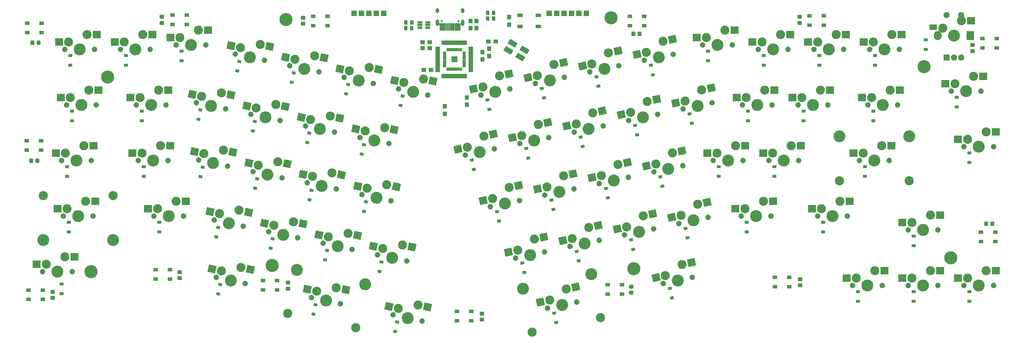
<source format=gbs>
G04 #@! TF.GenerationSoftware,KiCad,Pcbnew,(6.0.2)*
G04 #@! TF.CreationDate,2022-03-31T17:31:01+05:30*
G04 #@! TF.ProjectId,arisu,61726973-752e-46b6-9963-61645f706362,1.1*
G04 #@! TF.SameCoordinates,Original*
G04 #@! TF.FileFunction,Soldermask,Bot*
G04 #@! TF.FilePolarity,Negative*
%FSLAX46Y46*%
G04 Gerber Fmt 4.6, Leading zero omitted, Abs format (unit mm)*
G04 Created by KiCad (PCBNEW (6.0.2)) date 2022-03-31 17:31:01*
%MOMM*%
%LPD*%
G01*
G04 APERTURE LIST*
G04 Aperture macros list*
%AMRoundRect*
0 Rectangle with rounded corners*
0 $1 Rounding radius*
0 $2 $3 $4 $5 $6 $7 $8 $9 X,Y pos of 4 corners*
0 Add a 4 corners polygon primitive as box body*
4,1,4,$2,$3,$4,$5,$6,$7,$8,$9,$2,$3,0*
0 Add four circle primitives for the rounded corners*
1,1,$1+$1,$2,$3*
1,1,$1+$1,$4,$5*
1,1,$1+$1,$6,$7*
1,1,$1+$1,$8,$9*
0 Add four rect primitives between the rounded corners*
20,1,$1+$1,$2,$3,$4,$5,0*
20,1,$1+$1,$4,$5,$6,$7,0*
20,1,$1+$1,$6,$7,$8,$9,0*
20,1,$1+$1,$8,$9,$2,$3,0*%
G04 Aperture macros list end*
%ADD10C,3.102000*%
%ADD11C,1.852000*%
%ADD12C,4.089800*%
%ADD13RoundRect,0.051000X-1.507028X-0.957597X0.987249X-1.487772X1.507028X0.957597X-0.987249X1.487772X0*%
%ADD14RoundRect,0.051000X-0.987249X-1.487772X1.507028X-0.957597X0.987249X1.487772X-1.507028X0.957597X0*%
%ADD15C,3.150000*%
%ADD16RoundRect,0.051000X-1.275000X-1.250000X1.275000X-1.250000X1.275000X1.250000X-1.275000X1.250000X0*%
%ADD17RoundRect,0.051000X-1.200000X-0.900000X1.200000X-0.900000X1.200000X0.900000X-1.200000X0.900000X0*%
%ADD18C,4.502000*%
%ADD19C,1.302000*%
%ADD20RoundRect,0.051000X1.000000X-1.000000X1.000000X1.000000X-1.000000X1.000000X-1.000000X-1.000000X0*%
%ADD21C,2.102000*%
%ADD22O,2.602000X3.102000*%
%ADD23RoundRect,0.051000X1.250000X-1.500000X1.250000X1.500000X-1.250000X1.500000X-1.250000X-1.500000X0*%
%ADD24RoundRect,0.051000X0.600000X-0.450000X0.600000X0.450000X-0.600000X0.450000X-0.600000X-0.450000X0*%
%ADD25RoundRect,0.051000X0.625000X-0.750000X0.625000X0.750000X-0.625000X0.750000X-0.625000X-0.750000X0*%
%ADD26RoundRect,0.051000X-0.625000X0.750000X-0.625000X-0.750000X0.625000X-0.750000X0.625000X0.750000X0*%
%ADD27RoundRect,0.051000X-0.750000X-0.625000X0.750000X-0.625000X0.750000X0.625000X-0.750000X0.625000X0*%
%ADD28RoundRect,0.051000X0.750000X0.625000X-0.750000X0.625000X-0.750000X-0.625000X0.750000X-0.625000X0*%
%ADD29RoundRect,0.051000X0.493328X-0.564913X0.680449X0.315419X-0.493328X0.564913X-0.680449X-0.315419X0*%
%ADD30RoundRect,0.051000X0.680449X-0.315419X0.493328X0.564913X-0.680449X0.315419X-0.493328X-0.564913X0*%
%ADD31RoundRect,0.051000X-0.850000X-0.850000X0.850000X-0.850000X0.850000X0.850000X-0.850000X0.850000X0*%
%ADD32RoundRect,0.051000X-0.650000X0.750000X-0.650000X-0.750000X0.650000X-0.750000X0.650000X0.750000X0*%
%ADD33RoundRect,0.051000X0.850000X0.500000X-0.850000X0.500000X-0.850000X-0.500000X0.850000X-0.500000X0*%
%ADD34RoundRect,0.051000X-0.275000X0.750000X-0.275000X-0.750000X0.275000X-0.750000X0.275000X0.750000X0*%
%ADD35RoundRect,0.051000X0.750000X0.275000X-0.750000X0.275000X-0.750000X-0.275000X0.750000X-0.275000X0*%
%ADD36RoundRect,0.051000X1.646586X0.001971X-0.821586X1.426971X-1.646586X-0.001971X0.821586X-1.426971X0*%
%ADD37RoundRect,0.300999X-0.325001X-0.450001X0.325001X-0.450001X0.325001X0.450001X-0.325001X0.450001X0*%
%ADD38RoundRect,0.300999X0.325001X0.450001X-0.325001X0.450001X-0.325001X-0.450001X0.325001X-0.450001X0*%
%ADD39RoundRect,0.051000X-0.780000X-0.325000X0.780000X-0.325000X0.780000X0.325000X-0.780000X0.325000X0*%
%ADD40C,0.752000*%
%ADD41RoundRect,0.051000X-0.300000X-1.225000X0.300000X-1.225000X0.300000X1.225000X-0.300000X1.225000X0*%
%ADD42RoundRect,0.051000X-0.150000X-1.225000X0.150000X-1.225000X0.150000X1.225000X-0.150000X1.225000X0*%
%ADD43O,1.102000X2.202000*%
%ADD44O,1.102000X1.702000*%
%ADD45RoundRect,0.113500X-0.062500X0.475000X-0.062500X-0.475000X0.062500X-0.475000X0.062500X0.475000X0*%
%ADD46RoundRect,0.113500X-0.475000X0.062500X-0.475000X-0.062500X0.475000X-0.062500X0.475000X0.062500X0*%
%ADD47RoundRect,0.051000X-1.000000X1.000000X-1.000000X-1.000000X1.000000X-1.000000X1.000000X1.000000X0*%
%ADD48RoundRect,0.301000X0.475000X-0.337500X0.475000X0.337500X-0.475000X0.337500X-0.475000X-0.337500X0*%
%ADD49RoundRect,0.051000X0.750000X0.500000X-0.750000X0.500000X-0.750000X-0.500000X0.750000X-0.500000X0*%
%ADD50RoundRect,0.301000X0.337500X0.475000X-0.337500X0.475000X-0.337500X-0.475000X0.337500X-0.475000X0*%
%ADD51RoundRect,0.301000X-0.337500X-0.475000X0.337500X-0.475000X0.337500X0.475000X-0.337500X0.475000X0*%
%ADD52RoundRect,0.301000X-0.475000X0.337500X-0.475000X-0.337500X0.475000X-0.337500X0.475000X0.337500X0*%
%ADD53RoundRect,0.051000X-0.750000X-0.500000X0.750000X-0.500000X0.750000X0.500000X-0.750000X0.500000X0*%
G04 APERTURE END LIST*
D10*
X126961113Y-82260402D03*
D11*
X135128750Y-86593231D03*
X125190770Y-84480849D03*
D12*
X130159760Y-85537040D03*
D10*
X133700446Y-81096146D03*
D13*
X136930290Y-81782670D03*
X123757680Y-81579491D03*
D12*
X116969310Y-102293232D03*
D11*
X112000320Y-101237041D03*
D10*
X120509996Y-97852338D03*
X113770663Y-99016594D03*
D11*
X121938300Y-103349423D03*
D13*
X123739840Y-98538862D03*
X110567230Y-98335683D03*
D12*
X148880648Y-89600618D03*
D10*
X145682001Y-86323980D03*
D11*
X143911658Y-88544427D03*
X153849638Y-90656809D03*
D10*
X152421334Y-85159724D03*
D13*
X155651178Y-85846248D03*
X142478568Y-85643069D03*
D11*
X233775098Y-102361987D03*
X243713078Y-100249605D03*
D10*
X240172392Y-95808710D03*
D12*
X238744088Y-101305796D03*
D10*
X234489250Y-99613445D03*
D14*
X243402235Y-95122186D03*
X231285817Y-100294355D03*
D11*
X184625660Y-54382219D03*
D10*
X185339812Y-51633677D03*
X191022954Y-47828942D03*
D11*
X194563640Y-52269837D03*
D12*
X189594650Y-53326028D03*
D14*
X194252797Y-47142418D03*
X182136379Y-52314587D03*
D10*
X203973524Y-47672959D03*
X209656666Y-43868224D03*
D11*
X203259372Y-50421501D03*
X213197352Y-48309119D03*
D12*
X208228362Y-49365310D03*
D14*
X212886509Y-43181700D03*
X200770091Y-48353869D03*
D10*
X207236417Y-85930610D03*
D11*
X216460245Y-86566770D03*
D12*
X211491255Y-87622961D03*
D11*
X206522265Y-88679152D03*
D10*
X212919559Y-82125875D03*
D14*
X216149402Y-81439351D03*
X204032984Y-86611520D03*
D12*
X131611575Y-124882058D03*
D11*
X126642585Y-123825867D03*
D12*
X145005012Y-119289499D03*
X121650760Y-114325400D03*
D15*
X141836438Y-134196469D03*
D10*
X128412928Y-121605420D03*
D15*
X118482186Y-129232369D03*
D11*
X136580565Y-125938249D03*
D10*
X135152261Y-120441164D03*
D13*
X138382105Y-121127688D03*
X125209495Y-120924509D03*
D10*
X151723667Y-65535830D03*
D11*
X153151971Y-71032915D03*
X143213991Y-68920533D03*
D10*
X144984334Y-66700086D03*
D12*
X148182981Y-69976724D03*
D13*
X154953511Y-66222354D03*
X141780901Y-66019175D03*
D11*
X283213480Y-76814680D03*
D12*
X288293480Y-76814680D03*
D10*
X290833480Y-71734680D03*
X284483480Y-74274680D03*
D11*
X293373480Y-76814680D03*
D16*
X294135480Y-71734680D03*
X281208480Y-74274680D03*
D12*
X201476665Y-109227231D03*
D10*
X197221827Y-107534880D03*
X202904969Y-103730145D03*
D11*
X206445655Y-108171040D03*
X196507675Y-110283422D03*
D14*
X206134812Y-103043621D03*
X194018394Y-108215790D03*
D11*
X274164760Y-57775080D03*
D10*
X275434760Y-55235080D03*
D12*
X279244760Y-57775080D03*
D10*
X281784760Y-52695080D03*
D11*
X284324760Y-57775080D03*
D16*
X285086760Y-52695080D03*
X272159760Y-55235080D03*
D12*
X265554760Y-37224695D03*
D11*
X270634760Y-37224695D03*
X260474760Y-37224695D03*
D10*
X268094760Y-32144695D03*
X261744760Y-34684695D03*
D16*
X271396760Y-32144695D03*
X258469760Y-34684695D03*
D10*
X163104766Y-126394735D03*
D11*
X154595090Y-129779438D03*
D10*
X156365433Y-127558991D03*
D11*
X164533070Y-131891820D03*
D12*
X159564080Y-130835629D03*
D13*
X166334610Y-127081259D03*
X153162000Y-126878080D03*
D10*
X225870129Y-81969893D03*
X231553271Y-78165158D03*
D11*
X225155977Y-84718435D03*
D12*
X230124967Y-83662244D03*
D11*
X235093957Y-82606053D03*
D14*
X234783114Y-77478634D03*
X222666696Y-82650803D03*
D11*
X124580281Y-64959806D03*
D10*
X133089957Y-61575103D03*
X126350624Y-62739359D03*
D12*
X129549271Y-66015997D03*
D11*
X134518261Y-67072188D03*
D13*
X136319801Y-62261627D03*
X123147191Y-62058448D03*
D10*
X127733906Y-40961025D03*
D11*
X129162210Y-46458110D03*
D12*
X124193220Y-45401919D03*
D11*
X119224230Y-44345728D03*
D10*
X120994573Y-42125281D03*
D13*
X130963750Y-41647549D03*
X117791140Y-41444370D03*
D11*
X283858640Y-95869760D03*
X273698640Y-95869760D03*
D10*
X274968640Y-93329760D03*
D12*
X278778640Y-95869760D03*
D10*
X281318640Y-90789760D03*
D16*
X284620640Y-90789760D03*
X271693640Y-93329760D03*
D10*
X185666727Y-68443041D03*
X179983585Y-72247776D03*
D11*
X179269433Y-74996318D03*
X189207413Y-72883936D03*
D12*
X184238423Y-73940127D03*
D14*
X188896570Y-67756517D03*
X176780152Y-72928686D03*
D10*
X253442237Y-112456684D03*
D12*
X252013933Y-117953770D03*
D11*
X256982923Y-116897579D03*
D10*
X247759095Y-116261419D03*
D11*
X247044943Y-119009961D03*
D14*
X256672080Y-111770160D03*
X244555662Y-116942329D03*
D10*
X235884720Y-60365623D03*
D11*
X235170568Y-63114165D03*
D12*
X240139558Y-62057974D03*
D11*
X245108548Y-61001783D03*
D10*
X241567862Y-56560888D03*
D14*
X244797705Y-55874364D03*
X232681287Y-61046533D03*
D11*
X264154760Y-76825080D03*
D10*
X271774760Y-71745080D03*
D12*
X269234760Y-76825080D03*
D10*
X265424760Y-74285080D03*
D11*
X274314760Y-76825080D03*
D16*
X275076760Y-71745080D03*
X262149760Y-74285080D03*
D10*
X198617296Y-68287058D03*
D12*
X202872134Y-69979409D03*
D11*
X207841124Y-68923218D03*
D10*
X204300438Y-64482323D03*
D11*
X197903144Y-71035600D03*
D14*
X207530281Y-63795799D03*
X195413863Y-68967968D03*
D10*
X260201574Y-52600170D03*
X254518432Y-56404905D03*
D11*
X253804280Y-59153447D03*
D12*
X258773270Y-58097256D03*
D11*
X263742260Y-57041065D03*
D14*
X263431417Y-51913646D03*
X251314999Y-57085815D03*
D12*
X245495785Y-41443875D03*
D11*
X250464775Y-40387684D03*
D10*
X241240947Y-39751524D03*
X246924089Y-35946789D03*
D11*
X240526795Y-42500066D03*
D14*
X250153932Y-35260265D03*
X238037514Y-40432434D03*
D12*
X257377800Y-97345078D03*
D10*
X258806104Y-91847992D03*
D11*
X262346790Y-96288887D03*
D10*
X253122962Y-95652727D03*
D11*
X252408810Y-98401269D03*
D14*
X262035947Y-91161468D03*
X249919529Y-96333637D03*
D10*
X244503841Y-78009175D03*
D11*
X243789689Y-80757717D03*
X253727669Y-78645335D03*
D10*
X250186983Y-74204440D03*
D12*
X248758679Y-79701526D03*
D14*
X253416826Y-73517916D03*
X241300408Y-78690085D03*
D10*
X146367618Y-44921743D03*
D12*
X142826932Y-49362637D03*
D11*
X137857942Y-48306446D03*
D10*
X139628285Y-46085999D03*
D11*
X147795922Y-50418828D03*
D13*
X149597462Y-45608267D03*
X136424852Y-45405088D03*
D11*
X130634029Y-105197768D03*
D12*
X135603019Y-106253959D03*
D11*
X140572009Y-107310150D03*
D10*
X139143705Y-101813065D03*
X132404372Y-102977321D03*
D13*
X142373549Y-102499589D03*
X129200939Y-102296410D03*
D11*
X231831064Y-44348402D03*
D10*
X228290378Y-39907507D03*
D11*
X221893084Y-46460784D03*
D10*
X222607236Y-43712242D03*
D12*
X226862074Y-45404593D03*
D14*
X231520221Y-39220983D03*
X219403803Y-44393152D03*
D10*
X217251008Y-64326341D03*
D11*
X216536856Y-67074883D03*
X226474836Y-64962501D03*
D10*
X222934150Y-60521606D03*
D12*
X221505846Y-66018692D03*
D14*
X226163993Y-59835082D03*
X214047575Y-65007251D03*
D12*
X192857544Y-91583679D03*
D11*
X197826534Y-90527488D03*
D10*
X188602706Y-89891328D03*
X194285848Y-86086593D03*
D11*
X187888554Y-92639870D03*
D14*
X197515691Y-85400069D03*
X185399273Y-90572238D03*
D11*
X149267739Y-109158495D03*
D10*
X157777415Y-105773792D03*
D11*
X159205719Y-111270877D03*
D12*
X154236729Y-110214686D03*
D10*
X151038082Y-106938048D03*
D13*
X161007259Y-106460316D03*
X147834649Y-106257137D03*
D10*
X221538681Y-99769427D03*
X215855539Y-103574162D03*
D11*
X215141387Y-106322704D03*
X225079367Y-104210322D03*
D12*
X220110377Y-105266513D03*
D14*
X224768524Y-99082903D03*
X212652106Y-104255072D03*
D10*
X165001330Y-48882460D03*
X158261997Y-50046716D03*
D11*
X156491654Y-52267163D03*
X166429634Y-54379545D03*
D12*
X161460644Y-53323354D03*
D13*
X168231174Y-49568984D03*
X155058564Y-49365805D03*
D10*
X89780871Y-74441799D03*
D11*
X88010528Y-76662246D03*
X97948508Y-78774628D03*
D10*
X96520204Y-73277543D03*
D12*
X92979518Y-77718437D03*
D13*
X99750048Y-73964067D03*
X86577438Y-73760888D03*
D11*
X97250841Y-59150735D03*
D10*
X95822537Y-53653650D03*
X89083204Y-54817906D03*
D12*
X92281851Y-58094544D03*
D11*
X87312861Y-57038353D03*
D13*
X99052381Y-54340174D03*
X85879771Y-54136995D03*
D10*
X87980000Y-32134535D03*
D11*
X90520000Y-37214535D03*
X80360000Y-37214535D03*
D10*
X81630000Y-34674535D03*
D12*
X85440000Y-37214535D03*
D16*
X91282000Y-32134535D03*
X78355000Y-34674535D03*
D10*
X74290000Y-52684920D03*
D11*
X66670000Y-57764920D03*
D12*
X71750000Y-57764920D03*
D11*
X76830000Y-57764920D03*
D10*
X67940000Y-55224920D03*
D16*
X77592000Y-52684920D03*
X64665000Y-55224920D03*
D12*
X39690040Y-114914680D03*
D10*
X42230040Y-109834680D03*
X35880040Y-112374680D03*
D11*
X34610040Y-114914680D03*
X44770040Y-114914680D03*
D16*
X45532040Y-109834680D03*
X32605040Y-112374680D03*
D10*
X49880000Y-33634920D03*
X43530000Y-36174920D03*
D12*
X47340000Y-38714920D03*
D11*
X42260000Y-38714920D03*
X52420000Y-38714920D03*
D16*
X53182000Y-33634920D03*
X40255000Y-36174920D03*
D12*
X72450000Y-76814920D03*
D11*
X77530000Y-76814920D03*
D10*
X74990000Y-71734920D03*
D11*
X67370000Y-76814920D03*
D10*
X68640000Y-74274920D03*
D16*
X78292000Y-71734920D03*
X65365000Y-74274920D03*
D12*
X46253400Y-76814680D03*
D11*
X51333400Y-76814680D03*
D10*
X42443400Y-74274680D03*
X48793400Y-71734680D03*
D11*
X41173400Y-76814680D03*
D16*
X52095400Y-71734680D03*
X39168400Y-74274680D03*
D11*
X71470000Y-38714920D03*
D12*
X66390000Y-38714920D03*
D11*
X61310000Y-38714920D03*
D10*
X62580000Y-36174920D03*
X68930000Y-33634920D03*
D16*
X72232000Y-33634920D03*
X59305000Y-36174920D03*
D12*
X111613228Y-81679164D03*
D11*
X116582218Y-82735355D03*
X106644238Y-80622973D03*
D10*
X108414581Y-78402526D03*
X115153914Y-77238270D03*
D13*
X118383758Y-77924794D03*
X105211148Y-77721615D03*
D10*
X107716914Y-58778632D03*
D12*
X110915561Y-62055270D03*
D11*
X105946571Y-60999079D03*
X115884551Y-63111461D03*
D10*
X114456247Y-57614376D03*
D13*
X117686091Y-58300900D03*
X104513481Y-58097721D03*
D10*
X102546086Y-113506775D03*
D11*
X94036410Y-116891478D03*
D10*
X95806753Y-114671031D03*
D12*
X99005400Y-117947669D03*
D11*
X103974390Y-119003860D03*
D13*
X105775930Y-114193299D03*
X92603320Y-113990120D03*
D12*
X77800000Y-95864920D03*
D11*
X72720000Y-95864920D03*
D10*
X73990000Y-93324920D03*
X80340000Y-90784920D03*
D11*
X82880000Y-95864920D03*
D16*
X83642000Y-90784920D03*
X70715000Y-93324920D03*
D12*
X47939960Y-57759600D03*
D10*
X44129960Y-55219600D03*
D11*
X53019960Y-57759600D03*
D10*
X50479960Y-52679600D03*
D11*
X42859960Y-57759600D03*
D16*
X53781960Y-52679600D03*
X40854960Y-55219600D03*
D11*
X93366610Y-97276315D03*
D10*
X101876286Y-93891612D03*
D12*
X98335600Y-98332506D03*
D10*
X95136953Y-95055868D03*
D11*
X103304590Y-99388697D03*
D13*
X105106130Y-94578136D03*
X91933520Y-94374957D03*
D10*
X346879760Y-50472596D03*
X353229760Y-47932596D03*
D12*
X350689760Y-53012596D03*
D11*
X355769760Y-53012596D03*
X345609760Y-53012596D03*
D16*
X356531760Y-47932596D03*
X343604760Y-50472596D03*
D10*
X300834760Y-52695080D03*
D11*
X303374760Y-57775080D03*
D12*
X298294760Y-57775080D03*
D11*
X293214760Y-57775080D03*
D10*
X294484760Y-55235080D03*
D16*
X304136760Y-52695080D03*
X291209760Y-55235080D03*
D10*
X357499709Y-66982599D03*
D11*
X360039709Y-72062599D03*
D10*
X351149709Y-69522599D03*
D11*
X349879709Y-72062599D03*
D12*
X354959709Y-72062599D03*
D16*
X360801709Y-66982599D03*
X347874709Y-69522599D03*
D15*
X307319680Y-83820000D03*
D11*
X314177680Y-76835000D03*
D12*
X319257680Y-76835000D03*
X331195680Y-68580000D03*
D11*
X324337680Y-76835000D03*
D10*
X315447680Y-74295000D03*
D12*
X307319680Y-68580000D03*
D10*
X321797680Y-71755000D03*
D15*
X331195680Y-83820000D03*
D16*
X325099680Y-71755000D03*
X312172680Y-74295000D03*
D11*
X327784760Y-38725080D03*
X317624760Y-38725080D03*
D10*
X325244760Y-33645080D03*
D12*
X322704760Y-38725080D03*
D10*
X318894760Y-36185080D03*
D16*
X328546760Y-33645080D03*
X315619760Y-36185080D03*
D10*
X351159869Y-117137423D03*
D11*
X360049869Y-119677423D03*
X349889869Y-119677423D03*
D12*
X354969869Y-119677423D03*
D10*
X357509869Y-114597423D03*
D16*
X360811869Y-114597423D03*
X347884869Y-117137423D03*
D10*
X342712040Y-31429960D03*
X349062040Y-28889960D03*
D11*
X341442040Y-33969960D03*
D12*
X346522040Y-33969960D03*
D11*
X351602040Y-33969960D03*
D16*
X352364040Y-28889960D03*
D17*
X339437040Y-31129960D03*
D12*
X322126280Y-57759600D03*
D11*
X327206280Y-57759600D03*
D10*
X318316280Y-55219600D03*
D11*
X317046280Y-57759600D03*
D10*
X324666280Y-52679600D03*
D16*
X327968280Y-52679600D03*
X315041280Y-55219600D03*
D10*
X280794760Y-36185080D03*
D12*
X284604760Y-38725080D03*
D11*
X289684760Y-38725080D03*
X279524760Y-38725080D03*
D10*
X287144760Y-33645080D03*
D16*
X290446760Y-33645080D03*
X277519760Y-36185080D03*
D10*
X301166200Y-93324680D03*
X307516200Y-90784680D03*
D11*
X310056200Y-95864680D03*
X299896200Y-95864680D03*
D12*
X304976200Y-95864680D03*
D16*
X310818200Y-90784680D03*
X297891200Y-93324680D03*
D10*
X306194760Y-33645080D03*
D11*
X298574760Y-38725080D03*
D12*
X303654760Y-38725080D03*
D10*
X299844760Y-36185080D03*
D11*
X308734760Y-38725080D03*
D16*
X309496760Y-33645080D03*
X296569760Y-36185080D03*
D10*
X313059869Y-117137423D03*
X319409869Y-114597423D03*
D12*
X316869869Y-119677423D03*
D11*
X321949869Y-119677423D03*
X311789869Y-119677423D03*
D16*
X322711869Y-114597423D03*
X309784869Y-117137423D03*
D11*
X340999869Y-100627423D03*
D10*
X338459869Y-95547423D03*
D12*
X335919869Y-100627423D03*
D11*
X330839869Y-100627423D03*
D10*
X332109869Y-98087423D03*
D16*
X341761869Y-95547423D03*
X328834869Y-98087423D03*
D11*
X330839869Y-119677423D03*
X340999869Y-119677423D03*
D12*
X335919869Y-119677423D03*
D10*
X332109869Y-117137423D03*
X338459869Y-114597423D03*
D16*
X341761869Y-114597423D03*
X328834869Y-117137423D03*
D11*
X51922680Y-95859600D03*
D12*
X58780680Y-104114600D03*
D15*
X58780680Y-88874600D03*
D12*
X34904680Y-104114600D03*
X46842680Y-95859600D03*
D10*
X43032680Y-93319600D03*
D15*
X34904680Y-88874600D03*
D10*
X49382680Y-90779600D03*
D11*
X41762680Y-95859600D03*
D16*
X52684680Y-90779600D03*
X39757680Y-93319600D03*
D10*
X109100195Y-37000307D03*
X102360862Y-38164563D03*
D11*
X100590519Y-40385010D03*
D12*
X105559509Y-41441201D03*
D11*
X110528499Y-42497392D03*
D13*
X112330039Y-37686831D03*
X99157429Y-37483652D03*
D15*
X225536906Y-130724950D03*
D12*
X212407517Y-126374639D03*
D11*
X217376507Y-125318448D03*
D12*
X199014080Y-120782080D03*
D10*
X213835821Y-120877553D03*
D15*
X202182654Y-135689050D03*
D12*
X222368332Y-115817981D03*
D10*
X208152679Y-124682288D03*
D11*
X207438527Y-127430830D03*
D14*
X217065664Y-120191029D03*
X204949246Y-125363198D03*
D18*
X51197500Y-114920000D03*
X117932200Y-28524200D03*
X229192785Y-27932509D03*
X236982000Y-113944400D03*
X336245200Y-44704000D03*
X345449949Y-110157503D03*
X56865000Y-48245000D03*
X113157000Y-112781080D03*
D19*
X175590200Y-42214800D03*
D20*
X344006800Y-41489200D03*
D21*
X349006800Y-41489200D03*
X346506800Y-41489200D03*
D22*
X340906800Y-33989200D03*
D23*
X352106800Y-33989200D03*
D21*
X344006800Y-26989200D03*
X349006800Y-26989200D03*
D24*
X41122600Y-122502200D03*
X41122600Y-119202200D03*
X43031250Y-82245000D03*
X43031250Y-78945000D03*
X44715000Y-63195000D03*
X44715000Y-59895000D03*
D25*
X183134000Y-31476000D03*
X183134000Y-28976000D03*
D26*
X179806600Y-55229440D03*
X179806600Y-57729440D03*
D24*
X63165000Y-44145000D03*
X63165000Y-40845000D03*
D27*
X165084440Y-45735240D03*
X167584440Y-45735240D03*
D24*
X69225000Y-82245000D03*
X69225000Y-78945000D03*
X68525000Y-63195000D03*
X68525000Y-59895000D03*
X43618750Y-101295000D03*
X43618750Y-97995000D03*
D28*
X167132000Y-38354000D03*
X164632000Y-38354000D03*
D25*
X181102000Y-31476000D03*
X181102000Y-28976000D03*
D29*
X119884166Y-50037943D03*
X120570274Y-46810055D03*
X127333239Y-129523693D03*
X128019347Y-126295805D03*
X131293965Y-110889983D03*
X131980073Y-107662095D03*
X87972797Y-62730568D03*
X88658905Y-59502680D03*
D24*
X82215000Y-42644615D03*
X82215000Y-39344615D03*
D29*
X149927675Y-114850710D03*
X150613783Y-111622822D03*
X125240217Y-70652021D03*
X125926325Y-67424133D03*
X94026546Y-102968530D03*
X94712654Y-99740642D03*
X107304174Y-86315188D03*
X107990282Y-83087300D03*
X94724247Y-122592418D03*
X95410355Y-119364530D03*
X143873927Y-74612748D03*
X144560035Y-71384860D03*
X88670464Y-82354461D03*
X89356572Y-79126573D03*
X138517878Y-53998661D03*
X139203986Y-50770773D03*
X125937884Y-90275915D03*
X126623992Y-87048027D03*
X106606507Y-66691294D03*
X107292615Y-63463406D03*
X112660256Y-106929256D03*
X113346364Y-103701368D03*
X144571594Y-94236642D03*
X145257702Y-91008754D03*
D24*
X332699949Y-106057503D03*
X332699949Y-102757503D03*
X281395000Y-44145000D03*
X281395000Y-40845000D03*
D30*
X238107612Y-68031318D03*
X237421504Y-64803430D03*
D24*
X301743769Y-101294998D03*
X301743769Y-97994998D03*
X276035000Y-63195000D03*
X276035000Y-59895000D03*
X262345000Y-42644615D03*
X262345000Y-39344615D03*
D30*
X190825598Y-97557023D03*
X190139490Y-94329135D03*
X249989756Y-123932470D03*
X249303648Y-120704582D03*
X228093021Y-89635588D03*
X227406913Y-86407700D03*
D29*
X155283812Y-135464739D03*
X155969920Y-132236851D03*
D30*
X243463839Y-47417219D03*
X242777731Y-44189331D03*
D29*
X157151590Y-57959378D03*
X157837698Y-54731490D03*
D30*
X246726733Y-85674870D03*
X246040625Y-82446982D03*
X182206477Y-79913471D03*
X181520369Y-76685583D03*
D24*
X318905000Y-63195000D03*
X318905000Y-59895000D03*
X300445000Y-44145000D03*
X300445000Y-40845000D03*
X295085000Y-63195000D03*
X295085000Y-59895000D03*
D30*
X200840188Y-75952753D03*
X200154080Y-72724865D03*
X219473900Y-71992036D03*
X218787792Y-68764148D03*
X187562704Y-59299372D03*
X186876596Y-56071484D03*
D24*
X313649949Y-125107503D03*
X313649949Y-121807503D03*
X316031250Y-82245000D03*
X316031250Y-78945000D03*
D30*
X236712142Y-107279140D03*
X236026034Y-104051252D03*
D24*
X285075000Y-82245000D03*
X285075000Y-78945000D03*
D30*
X256741324Y-64070600D03*
X256055216Y-60842712D03*
X210393120Y-132348982D03*
X209707012Y-129121094D03*
X206196416Y-55338654D03*
X205510308Y-52110766D03*
D24*
X266025000Y-82245000D03*
X266025000Y-78945000D03*
D30*
X224830128Y-51377937D03*
X224144020Y-48150049D03*
X209459309Y-93596305D03*
X208773201Y-90368417D03*
X218078431Y-111239857D03*
X217392323Y-108011969D03*
D24*
X319495000Y-44145000D03*
X319495000Y-40845000D03*
X275550019Y-101294998D03*
X275550019Y-97994998D03*
X332699949Y-125107503D03*
X332699949Y-121807503D03*
X347480000Y-58432516D03*
X347480000Y-55132516D03*
D31*
X220726000Y-26416000D03*
X213106000Y-26416000D03*
X208026000Y-26416000D03*
D24*
X351749949Y-125107503D03*
X351749949Y-121807503D03*
X336880200Y-38707600D03*
X336880200Y-35407600D03*
X351749949Y-77482519D03*
X351749949Y-74182519D03*
D32*
X172298360Y-58173640D03*
X172298360Y-60873640D03*
D31*
X218186000Y-26416000D03*
D33*
X198018000Y-27056000D03*
X204318000Y-27056000D03*
X204318000Y-30856000D03*
X198018000Y-30856000D03*
D29*
X101250455Y-46077225D03*
X101936563Y-42849337D03*
D34*
X171514000Y-36464000D03*
X172314000Y-36464000D03*
X173114000Y-36464000D03*
X173914000Y-36464000D03*
X174714000Y-36464000D03*
X175514000Y-36464000D03*
X176314000Y-36464000D03*
X177114000Y-36464000D03*
X177914000Y-36464000D03*
X178714000Y-36464000D03*
X179514000Y-36464000D03*
D35*
X181214000Y-38164000D03*
X181214000Y-38964000D03*
X181214000Y-39764000D03*
X181214000Y-40564000D03*
X181214000Y-41364000D03*
X181214000Y-42164000D03*
X181214000Y-42964000D03*
X181214000Y-43764000D03*
X181214000Y-44564000D03*
X181214000Y-45364000D03*
X181214000Y-46164000D03*
D34*
X179514000Y-47864000D03*
X178714000Y-47864000D03*
X177914000Y-47864000D03*
X177114000Y-47864000D03*
X176314000Y-47864000D03*
X175514000Y-47864000D03*
X174714000Y-47864000D03*
X173914000Y-47864000D03*
X173114000Y-47864000D03*
X172314000Y-47864000D03*
X171514000Y-47864000D03*
D35*
X169814000Y-46164000D03*
X169814000Y-45364000D03*
X169814000Y-44564000D03*
X169814000Y-43764000D03*
X169814000Y-42964000D03*
X169814000Y-42164000D03*
X169814000Y-41364000D03*
X169814000Y-40564000D03*
X169814000Y-39764000D03*
X169814000Y-38964000D03*
X169814000Y-38164000D03*
D26*
X185166000Y-39644000D03*
X185166000Y-42144000D03*
D31*
X210566000Y-26416000D03*
X215646000Y-26416000D03*
X141224000Y-26416000D03*
X151384000Y-26416000D03*
X146304000Y-26416000D03*
X148844000Y-26416000D03*
X143764000Y-26416000D03*
D28*
X167132000Y-36322000D03*
X164632000Y-36322000D03*
D32*
X194310000Y-27606000D03*
X194310000Y-30306000D03*
D24*
X74575000Y-101295000D03*
X74575000Y-97995000D03*
X44115000Y-44145000D03*
X44115000Y-40845000D03*
D30*
X199444719Y-115200575D03*
X198758611Y-111972687D03*
X255345854Y-103318422D03*
X254659746Y-100090534D03*
D27*
X187198000Y-36068000D03*
X189698000Y-36068000D03*
D25*
X187452000Y-41001000D03*
X187452000Y-38501000D03*
D36*
X198103338Y-41380040D03*
X194076320Y-39055040D03*
X195501320Y-36586868D03*
X199528338Y-38911868D03*
D37*
X158945360Y-29484320D03*
X160995360Y-29484320D03*
X158912560Y-31419800D03*
X160962560Y-31419800D03*
D38*
X188991240Y-28133040D03*
X186941240Y-28133040D03*
X188999080Y-26177240D03*
X186949080Y-26177240D03*
D39*
X163728400Y-31338600D03*
X163728400Y-30388600D03*
X163728400Y-29438600D03*
X166428400Y-29438600D03*
X166428400Y-30388600D03*
X166428400Y-31338600D03*
D40*
X176961280Y-29084600D03*
X171181280Y-29084600D03*
D41*
X170821280Y-31029600D03*
X171621280Y-31029600D03*
D42*
X172321280Y-31029600D03*
X172821280Y-31029600D03*
X173321280Y-31029600D03*
X173821280Y-31029600D03*
X174321280Y-31029600D03*
X174821280Y-31029600D03*
X175321280Y-31029600D03*
X175821280Y-31029600D03*
D41*
X176521280Y-31029600D03*
X177321280Y-31029600D03*
D43*
X169751280Y-29614600D03*
D44*
X178391280Y-25434600D03*
X169751280Y-25434600D03*
D43*
X178391280Y-29614600D03*
D45*
X173064800Y-38826500D03*
X173564800Y-38826500D03*
X174064800Y-38826500D03*
X174564800Y-38826500D03*
X175064800Y-38826500D03*
X175564800Y-38826500D03*
X176064800Y-38826500D03*
X176564800Y-38826500D03*
X177064800Y-38826500D03*
X177564800Y-38826500D03*
X178064800Y-38826500D03*
D46*
X178902300Y-39664000D03*
X178902300Y-40164000D03*
X178902300Y-40664000D03*
X178902300Y-41164000D03*
X178902300Y-41664000D03*
X178902300Y-42164000D03*
X178902300Y-42664000D03*
X178902300Y-43164000D03*
X178902300Y-43664000D03*
X178902300Y-44164000D03*
X178902300Y-44664000D03*
D45*
X178064800Y-45501500D03*
X177564800Y-45501500D03*
X177064800Y-45501500D03*
X176564800Y-45501500D03*
X176064800Y-45501500D03*
X175564800Y-45501500D03*
X175064800Y-45501500D03*
X174564800Y-45501500D03*
X174064800Y-45501500D03*
X173564800Y-45501500D03*
X173064800Y-45501500D03*
D46*
X172227300Y-44664000D03*
X172227300Y-44164000D03*
X172227300Y-43664000D03*
X172227300Y-43164000D03*
X172227300Y-42664000D03*
X172227300Y-42164000D03*
X172227300Y-41664000D03*
X172227300Y-41164000D03*
X172227300Y-40664000D03*
X172227300Y-40164000D03*
X172227300Y-39664000D03*
D47*
X175564800Y-42164000D03*
D48*
X81508600Y-117144800D03*
X81508600Y-115069800D03*
D49*
X34682600Y-121259800D03*
X34682600Y-124459800D03*
X29782600Y-124459800D03*
X29782600Y-121259800D03*
X78181200Y-114249200D03*
X78181200Y-117449200D03*
X73281200Y-117449200D03*
X73281200Y-114249200D03*
D48*
X38125400Y-123918800D03*
X38125400Y-121843800D03*
D49*
X181342200Y-128600400D03*
X181342200Y-131800400D03*
X176442200Y-131800400D03*
X176442200Y-128600400D03*
D50*
X33223200Y-36474400D03*
X31148200Y-36474400D03*
D49*
X361174200Y-35052200D03*
X361174200Y-38252200D03*
X356274200Y-38252200D03*
X356274200Y-35052200D03*
D51*
X357534300Y-98475800D03*
X359609300Y-98475800D03*
D48*
X293852600Y-119604700D03*
X293852600Y-117529700D03*
D49*
X290155800Y-116865600D03*
X290155800Y-120065600D03*
X285255800Y-120065600D03*
X285255800Y-116865600D03*
X114921200Y-117983200D03*
X114921200Y-121183200D03*
X110021200Y-121183200D03*
X110021200Y-117983200D03*
D50*
X32812900Y-76885800D03*
X30737900Y-76885800D03*
D48*
X352882200Y-39315300D03*
X352882200Y-37240300D03*
D52*
X75412600Y-27588300D03*
X75412600Y-29663300D03*
D49*
X360666200Y-101422400D03*
X360666200Y-104622400D03*
X355766200Y-104622400D03*
X355766200Y-101422400D03*
X232878800Y-119456400D03*
X232878800Y-122656400D03*
X227978800Y-122656400D03*
X227978800Y-119456400D03*
X34098400Y-70053400D03*
X34098400Y-73253400D03*
X29198400Y-73253400D03*
X29198400Y-70053400D03*
D53*
X235598800Y-30581400D03*
X235598800Y-27381400D03*
X240498800Y-27381400D03*
X240498800Y-30581400D03*
D49*
X34301600Y-29794400D03*
X34301600Y-32994400D03*
X29401600Y-32994400D03*
X29401600Y-29794400D03*
X302017600Y-27254400D03*
X302017600Y-30454400D03*
X297117600Y-30454400D03*
X297117600Y-27254400D03*
D52*
X118592600Y-118698100D03*
X118592600Y-120773100D03*
D48*
X293674800Y-29637900D03*
X293674800Y-27562900D03*
D53*
X79058600Y-30175000D03*
X79058600Y-26975000D03*
X83958600Y-26975000D03*
X83958600Y-30175000D03*
D52*
X236042200Y-120069700D03*
X236042200Y-122144700D03*
X123774200Y-27893100D03*
X123774200Y-29968100D03*
D53*
X127242400Y-30581400D03*
X127242400Y-27381400D03*
X132142400Y-27381400D03*
X132142400Y-30581400D03*
D50*
X238908500Y-33426400D03*
X236833500Y-33426400D03*
D52*
X185013600Y-129289900D03*
X185013600Y-131364900D03*
G36*
X172629660Y-47081493D02*
G01*
X172643452Y-47090709D01*
X172644615Y-47088969D01*
X172646409Y-47088084D01*
X172647560Y-47088545D01*
X172664952Y-47103078D01*
X172733670Y-47111704D01*
X172781288Y-47088918D01*
X172783282Y-47089072D01*
X172783814Y-47089611D01*
X172784548Y-47090709D01*
X172798340Y-47081493D01*
X172800336Y-47081362D01*
X172801447Y-47083025D01*
X172801114Y-47084267D01*
X172793767Y-47095262D01*
X172790000Y-47114199D01*
X172790000Y-48613801D01*
X172793767Y-48632738D01*
X172801114Y-48643733D01*
X172801245Y-48645729D01*
X172799582Y-48646840D01*
X172798340Y-48646507D01*
X172784548Y-48637291D01*
X172783385Y-48639031D01*
X172781591Y-48639916D01*
X172780440Y-48639455D01*
X172763048Y-48624922D01*
X172694330Y-48616296D01*
X172646712Y-48639082D01*
X172644718Y-48638928D01*
X172644186Y-48638389D01*
X172643452Y-48637291D01*
X172629660Y-48646507D01*
X172627664Y-48646638D01*
X172626553Y-48644975D01*
X172626886Y-48643733D01*
X172634233Y-48632738D01*
X172638000Y-48613801D01*
X172638000Y-47114199D01*
X172634233Y-47095262D01*
X172626886Y-47084267D01*
X172626755Y-47082271D01*
X172628418Y-47081160D01*
X172629660Y-47081493D01*
G37*
G36*
X171829660Y-47081493D02*
G01*
X171843452Y-47090709D01*
X171844615Y-47088969D01*
X171846409Y-47088084D01*
X171847560Y-47088545D01*
X171864952Y-47103078D01*
X171933670Y-47111704D01*
X171981288Y-47088918D01*
X171983282Y-47089072D01*
X171983814Y-47089611D01*
X171984548Y-47090709D01*
X171998340Y-47081493D01*
X172000336Y-47081362D01*
X172001447Y-47083025D01*
X172001114Y-47084267D01*
X171993767Y-47095262D01*
X171990000Y-47114199D01*
X171990000Y-48613801D01*
X171993767Y-48632738D01*
X172001114Y-48643733D01*
X172001245Y-48645729D01*
X171999582Y-48646840D01*
X171998340Y-48646507D01*
X171984548Y-48637291D01*
X171983385Y-48639031D01*
X171981591Y-48639916D01*
X171980440Y-48639455D01*
X171963048Y-48624922D01*
X171894330Y-48616296D01*
X171846712Y-48639082D01*
X171844718Y-48638928D01*
X171844186Y-48638389D01*
X171843452Y-48637291D01*
X171829660Y-48646507D01*
X171827664Y-48646638D01*
X171826553Y-48644975D01*
X171826886Y-48643733D01*
X171834233Y-48632738D01*
X171838000Y-48613801D01*
X171838000Y-47114199D01*
X171834233Y-47095262D01*
X171826886Y-47084267D01*
X171826755Y-47082271D01*
X171828418Y-47081160D01*
X171829660Y-47081493D01*
G37*
G36*
X178229660Y-47081493D02*
G01*
X178243452Y-47090709D01*
X178244615Y-47088969D01*
X178246409Y-47088084D01*
X178247560Y-47088545D01*
X178264952Y-47103078D01*
X178333670Y-47111704D01*
X178381288Y-47088918D01*
X178383282Y-47089072D01*
X178383814Y-47089611D01*
X178384548Y-47090709D01*
X178398340Y-47081493D01*
X178400336Y-47081362D01*
X178401447Y-47083025D01*
X178401114Y-47084267D01*
X178393767Y-47095262D01*
X178390000Y-47114199D01*
X178390000Y-48613801D01*
X178393767Y-48632738D01*
X178401114Y-48643733D01*
X178401245Y-48645729D01*
X178399582Y-48646840D01*
X178398340Y-48646507D01*
X178384548Y-48637291D01*
X178383385Y-48639031D01*
X178381591Y-48639916D01*
X178380440Y-48639455D01*
X178363048Y-48624922D01*
X178294330Y-48616296D01*
X178246712Y-48639082D01*
X178244718Y-48638928D01*
X178244186Y-48638389D01*
X178243452Y-48637291D01*
X178229660Y-48646507D01*
X178227664Y-48646638D01*
X178226553Y-48644975D01*
X178226886Y-48643733D01*
X178234233Y-48632738D01*
X178238000Y-48613801D01*
X178238000Y-47114199D01*
X178234233Y-47095262D01*
X178226886Y-47084267D01*
X178226755Y-47082271D01*
X178228418Y-47081160D01*
X178229660Y-47081493D01*
G37*
G36*
X177429660Y-47081493D02*
G01*
X177443452Y-47090709D01*
X177444615Y-47088969D01*
X177446409Y-47088084D01*
X177447560Y-47088545D01*
X177464952Y-47103078D01*
X177533670Y-47111704D01*
X177581288Y-47088918D01*
X177583282Y-47089072D01*
X177583814Y-47089611D01*
X177584548Y-47090709D01*
X177598340Y-47081493D01*
X177600336Y-47081362D01*
X177601447Y-47083025D01*
X177601114Y-47084267D01*
X177593767Y-47095262D01*
X177590000Y-47114199D01*
X177590000Y-48613801D01*
X177593767Y-48632738D01*
X177601114Y-48643733D01*
X177601245Y-48645729D01*
X177599582Y-48646840D01*
X177598340Y-48646507D01*
X177584548Y-48637291D01*
X177583385Y-48639031D01*
X177581591Y-48639916D01*
X177580440Y-48639455D01*
X177563048Y-48624922D01*
X177494330Y-48616296D01*
X177446712Y-48639082D01*
X177444718Y-48638928D01*
X177444186Y-48638389D01*
X177443452Y-48637291D01*
X177429660Y-48646507D01*
X177427664Y-48646638D01*
X177426553Y-48644975D01*
X177426886Y-48643733D01*
X177434233Y-48632738D01*
X177438000Y-48613801D01*
X177438000Y-47114199D01*
X177434233Y-47095262D01*
X177426886Y-47084267D01*
X177426755Y-47082271D01*
X177428418Y-47081160D01*
X177429660Y-47081493D01*
G37*
G36*
X176629660Y-47081493D02*
G01*
X176643452Y-47090709D01*
X176644615Y-47088969D01*
X176646409Y-47088084D01*
X176647560Y-47088545D01*
X176664952Y-47103078D01*
X176733670Y-47111704D01*
X176781288Y-47088918D01*
X176783282Y-47089072D01*
X176783814Y-47089611D01*
X176784548Y-47090709D01*
X176798340Y-47081493D01*
X176800336Y-47081362D01*
X176801447Y-47083025D01*
X176801114Y-47084267D01*
X176793767Y-47095262D01*
X176790000Y-47114199D01*
X176790000Y-48613801D01*
X176793767Y-48632738D01*
X176801114Y-48643733D01*
X176801245Y-48645729D01*
X176799582Y-48646840D01*
X176798340Y-48646507D01*
X176784548Y-48637291D01*
X176783385Y-48639031D01*
X176781591Y-48639916D01*
X176780440Y-48639455D01*
X176763048Y-48624922D01*
X176694330Y-48616296D01*
X176646712Y-48639082D01*
X176644718Y-48638928D01*
X176644186Y-48638389D01*
X176643452Y-48637291D01*
X176629660Y-48646507D01*
X176627664Y-48646638D01*
X176626553Y-48644975D01*
X176626886Y-48643733D01*
X176634233Y-48632738D01*
X176638000Y-48613801D01*
X176638000Y-47114199D01*
X176634233Y-47095262D01*
X176626886Y-47084267D01*
X176626755Y-47082271D01*
X176628418Y-47081160D01*
X176629660Y-47081493D01*
G37*
G36*
X173429660Y-47081493D02*
G01*
X173443452Y-47090709D01*
X173444615Y-47088969D01*
X173446409Y-47088084D01*
X173447560Y-47088545D01*
X173464952Y-47103078D01*
X173533670Y-47111704D01*
X173581288Y-47088918D01*
X173583282Y-47089072D01*
X173583814Y-47089611D01*
X173584548Y-47090709D01*
X173598340Y-47081493D01*
X173600336Y-47081362D01*
X173601447Y-47083025D01*
X173601114Y-47084267D01*
X173593767Y-47095262D01*
X173590000Y-47114199D01*
X173590000Y-48613801D01*
X173593767Y-48632738D01*
X173601114Y-48643733D01*
X173601245Y-48645729D01*
X173599582Y-48646840D01*
X173598340Y-48646507D01*
X173584548Y-48637291D01*
X173583385Y-48639031D01*
X173581591Y-48639916D01*
X173580440Y-48639455D01*
X173563048Y-48624922D01*
X173494330Y-48616296D01*
X173446712Y-48639082D01*
X173444718Y-48638928D01*
X173444186Y-48638389D01*
X173443452Y-48637291D01*
X173429660Y-48646507D01*
X173427664Y-48646638D01*
X173426553Y-48644975D01*
X173426886Y-48643733D01*
X173434233Y-48632738D01*
X173438000Y-48613801D01*
X173438000Y-47114199D01*
X173434233Y-47095262D01*
X173426886Y-47084267D01*
X173426755Y-47082271D01*
X173428418Y-47081160D01*
X173429660Y-47081493D01*
G37*
G36*
X174229660Y-47081493D02*
G01*
X174243452Y-47090709D01*
X174244615Y-47088969D01*
X174246409Y-47088084D01*
X174247560Y-47088545D01*
X174264952Y-47103078D01*
X174333670Y-47111704D01*
X174381288Y-47088918D01*
X174383282Y-47089072D01*
X174383814Y-47089611D01*
X174384548Y-47090709D01*
X174398340Y-47081493D01*
X174400336Y-47081362D01*
X174401447Y-47083025D01*
X174401114Y-47084267D01*
X174393767Y-47095262D01*
X174390000Y-47114199D01*
X174390000Y-48613801D01*
X174393767Y-48632738D01*
X174401114Y-48643733D01*
X174401245Y-48645729D01*
X174399582Y-48646840D01*
X174398340Y-48646507D01*
X174384548Y-48637291D01*
X174383385Y-48639031D01*
X174381591Y-48639916D01*
X174380440Y-48639455D01*
X174363048Y-48624922D01*
X174294330Y-48616296D01*
X174246712Y-48639082D01*
X174244718Y-48638928D01*
X174244186Y-48638389D01*
X174243452Y-48637291D01*
X174229660Y-48646507D01*
X174227664Y-48646638D01*
X174226553Y-48644975D01*
X174226886Y-48643733D01*
X174234233Y-48632738D01*
X174238000Y-48613801D01*
X174238000Y-47114199D01*
X174234233Y-47095262D01*
X174226886Y-47084267D01*
X174226755Y-47082271D01*
X174228418Y-47081160D01*
X174229660Y-47081493D01*
G37*
G36*
X175829660Y-47081493D02*
G01*
X175843452Y-47090709D01*
X175844615Y-47088969D01*
X175846409Y-47088084D01*
X175847560Y-47088545D01*
X175864952Y-47103078D01*
X175933670Y-47111704D01*
X175981288Y-47088918D01*
X175983282Y-47089072D01*
X175983814Y-47089611D01*
X175984548Y-47090709D01*
X175998340Y-47081493D01*
X176000336Y-47081362D01*
X176001447Y-47083025D01*
X176001114Y-47084267D01*
X175993767Y-47095262D01*
X175990000Y-47114199D01*
X175990000Y-48613801D01*
X175993767Y-48632738D01*
X176001114Y-48643733D01*
X176001245Y-48645729D01*
X175999582Y-48646840D01*
X175998340Y-48646507D01*
X175984548Y-48637291D01*
X175983385Y-48639031D01*
X175981591Y-48639916D01*
X175980440Y-48639455D01*
X175963048Y-48624922D01*
X175894330Y-48616296D01*
X175846712Y-48639082D01*
X175844718Y-48638928D01*
X175844186Y-48638389D01*
X175843452Y-48637291D01*
X175829660Y-48646507D01*
X175827664Y-48646638D01*
X175826553Y-48644975D01*
X175826886Y-48643733D01*
X175834233Y-48632738D01*
X175838000Y-48613801D01*
X175838000Y-47114199D01*
X175834233Y-47095262D01*
X175826886Y-47084267D01*
X175826755Y-47082271D01*
X175828418Y-47081160D01*
X175829660Y-47081493D01*
G37*
G36*
X179029660Y-47081493D02*
G01*
X179043452Y-47090709D01*
X179044615Y-47088969D01*
X179046409Y-47088084D01*
X179047560Y-47088545D01*
X179064952Y-47103078D01*
X179133670Y-47111704D01*
X179181288Y-47088918D01*
X179183282Y-47089072D01*
X179183814Y-47089611D01*
X179184548Y-47090709D01*
X179198340Y-47081493D01*
X179200336Y-47081362D01*
X179201447Y-47083025D01*
X179201114Y-47084267D01*
X179193767Y-47095262D01*
X179190000Y-47114199D01*
X179190000Y-48613801D01*
X179193767Y-48632738D01*
X179201114Y-48643733D01*
X179201245Y-48645729D01*
X179199582Y-48646840D01*
X179198340Y-48646507D01*
X179184548Y-48637291D01*
X179183385Y-48639031D01*
X179181591Y-48639916D01*
X179180440Y-48639455D01*
X179163048Y-48624922D01*
X179094330Y-48616296D01*
X179046712Y-48639082D01*
X179044718Y-48638928D01*
X179044186Y-48638389D01*
X179043452Y-48637291D01*
X179029660Y-48646507D01*
X179027664Y-48646638D01*
X179026553Y-48644975D01*
X179026886Y-48643733D01*
X179034233Y-48632738D01*
X179038000Y-48613801D01*
X179038000Y-47114199D01*
X179034233Y-47095262D01*
X179026886Y-47084267D01*
X179026755Y-47082271D01*
X179028418Y-47081160D01*
X179029660Y-47081493D01*
G37*
G36*
X175029660Y-47081493D02*
G01*
X175043452Y-47090709D01*
X175044615Y-47088969D01*
X175046409Y-47088084D01*
X175047560Y-47088545D01*
X175064952Y-47103078D01*
X175133670Y-47111704D01*
X175181288Y-47088918D01*
X175183282Y-47089072D01*
X175183814Y-47089611D01*
X175184548Y-47090709D01*
X175198340Y-47081493D01*
X175200336Y-47081362D01*
X175201447Y-47083025D01*
X175201114Y-47084267D01*
X175193767Y-47095262D01*
X175190000Y-47114199D01*
X175190000Y-48613801D01*
X175193767Y-48632738D01*
X175201114Y-48643733D01*
X175201245Y-48645729D01*
X175199582Y-48646840D01*
X175198340Y-48646507D01*
X175184548Y-48637291D01*
X175183385Y-48639031D01*
X175181591Y-48639916D01*
X175180440Y-48639455D01*
X175163048Y-48624922D01*
X175094330Y-48616296D01*
X175046712Y-48639082D01*
X175044718Y-48638928D01*
X175044186Y-48638389D01*
X175043452Y-48637291D01*
X175029660Y-48646507D01*
X175027664Y-48646638D01*
X175026553Y-48644975D01*
X175026886Y-48643733D01*
X175034233Y-48632738D01*
X175038000Y-48613801D01*
X175038000Y-47114199D01*
X175034233Y-47095262D01*
X175026886Y-47084267D01*
X175026755Y-47082271D01*
X175028418Y-47081160D01*
X175029660Y-47081493D01*
G37*
G36*
X177218694Y-44959456D02*
G01*
X177265745Y-44998777D01*
X177334461Y-45007408D01*
X177397091Y-44977444D01*
X177404598Y-44968781D01*
X177406488Y-44968127D01*
X177407999Y-44969437D01*
X177407772Y-44971202D01*
X177399325Y-44983844D01*
X177390800Y-45026699D01*
X177390800Y-45976301D01*
X177399325Y-46019156D01*
X177413852Y-46040898D01*
X177413983Y-46042894D01*
X177412320Y-46044005D01*
X177410906Y-46043544D01*
X177363855Y-46004223D01*
X177295139Y-45995592D01*
X177232509Y-46025556D01*
X177225002Y-46034219D01*
X177223112Y-46034873D01*
X177221601Y-46033563D01*
X177221828Y-46031798D01*
X177230275Y-46019156D01*
X177238800Y-45976301D01*
X177238800Y-45026699D01*
X177230275Y-44983844D01*
X177215748Y-44962102D01*
X177215617Y-44960106D01*
X177217280Y-44958995D01*
X177218694Y-44959456D01*
G37*
G36*
X175218694Y-44959456D02*
G01*
X175265745Y-44998777D01*
X175334461Y-45007408D01*
X175397091Y-44977444D01*
X175404598Y-44968781D01*
X175406488Y-44968127D01*
X175407999Y-44969437D01*
X175407772Y-44971202D01*
X175399325Y-44983844D01*
X175390800Y-45026699D01*
X175390800Y-45976301D01*
X175399325Y-46019156D01*
X175413852Y-46040898D01*
X175413983Y-46042894D01*
X175412320Y-46044005D01*
X175410906Y-46043544D01*
X175363855Y-46004223D01*
X175295139Y-45995592D01*
X175232509Y-46025556D01*
X175225002Y-46034219D01*
X175223112Y-46034873D01*
X175221601Y-46033563D01*
X175221828Y-46031798D01*
X175230275Y-46019156D01*
X175238800Y-45976301D01*
X175238800Y-45026699D01*
X175230275Y-44983844D01*
X175215748Y-44962102D01*
X175215617Y-44960106D01*
X175217280Y-44958995D01*
X175218694Y-44959456D01*
G37*
G36*
X173218694Y-44959456D02*
G01*
X173265745Y-44998777D01*
X173334461Y-45007408D01*
X173397091Y-44977444D01*
X173404598Y-44968781D01*
X173406488Y-44968127D01*
X173407999Y-44969437D01*
X173407772Y-44971202D01*
X173399325Y-44983844D01*
X173390800Y-45026699D01*
X173390800Y-45976301D01*
X173399325Y-46019156D01*
X173413852Y-46040898D01*
X173413983Y-46042894D01*
X173412320Y-46044005D01*
X173410906Y-46043544D01*
X173363855Y-46004223D01*
X173295139Y-45995592D01*
X173232509Y-46025556D01*
X173225002Y-46034219D01*
X173223112Y-46034873D01*
X173221601Y-46033563D01*
X173221828Y-46031798D01*
X173230275Y-46019156D01*
X173238800Y-45976301D01*
X173238800Y-45026699D01*
X173230275Y-44983844D01*
X173215748Y-44962102D01*
X173215617Y-44960106D01*
X173217280Y-44958995D01*
X173218694Y-44959456D01*
G37*
G36*
X176718694Y-44959456D02*
G01*
X176765745Y-44998777D01*
X176834461Y-45007408D01*
X176897091Y-44977444D01*
X176904598Y-44968781D01*
X176906488Y-44968127D01*
X176907999Y-44969437D01*
X176907772Y-44971202D01*
X176899325Y-44983844D01*
X176890800Y-45026699D01*
X176890800Y-45976301D01*
X176899325Y-46019156D01*
X176913852Y-46040898D01*
X176913983Y-46042894D01*
X176912320Y-46044005D01*
X176910906Y-46043544D01*
X176863855Y-46004223D01*
X176795139Y-45995592D01*
X176732509Y-46025556D01*
X176725002Y-46034219D01*
X176723112Y-46034873D01*
X176721601Y-46033563D01*
X176721828Y-46031798D01*
X176730275Y-46019156D01*
X176738800Y-45976301D01*
X176738800Y-45026699D01*
X176730275Y-44983844D01*
X176715748Y-44962102D01*
X176715617Y-44960106D01*
X176717280Y-44958995D01*
X176718694Y-44959456D01*
G37*
G36*
X174218694Y-44959456D02*
G01*
X174265745Y-44998777D01*
X174334461Y-45007408D01*
X174397091Y-44977444D01*
X174404598Y-44968781D01*
X174406488Y-44968127D01*
X174407999Y-44969437D01*
X174407772Y-44971202D01*
X174399325Y-44983844D01*
X174390800Y-45026699D01*
X174390800Y-45976301D01*
X174399325Y-46019156D01*
X174413852Y-46040898D01*
X174413983Y-46042894D01*
X174412320Y-46044005D01*
X174410906Y-46043544D01*
X174363855Y-46004223D01*
X174295139Y-45995592D01*
X174232509Y-46025556D01*
X174225002Y-46034219D01*
X174223112Y-46034873D01*
X174221601Y-46033563D01*
X174221828Y-46031798D01*
X174230275Y-46019156D01*
X174238800Y-45976301D01*
X174238800Y-45026699D01*
X174230275Y-44983844D01*
X174215748Y-44962102D01*
X174215617Y-44960106D01*
X174217280Y-44958995D01*
X174218694Y-44959456D01*
G37*
G36*
X175718694Y-44959456D02*
G01*
X175765745Y-44998777D01*
X175834461Y-45007408D01*
X175897091Y-44977444D01*
X175904598Y-44968781D01*
X175906488Y-44968127D01*
X175907999Y-44969437D01*
X175907772Y-44971202D01*
X175899325Y-44983844D01*
X175890800Y-45026699D01*
X175890800Y-45976301D01*
X175899325Y-46019156D01*
X175913852Y-46040898D01*
X175913983Y-46042894D01*
X175912320Y-46044005D01*
X175910906Y-46043544D01*
X175863855Y-46004223D01*
X175795139Y-45995592D01*
X175732509Y-46025556D01*
X175725002Y-46034219D01*
X175723112Y-46034873D01*
X175721601Y-46033563D01*
X175721828Y-46031798D01*
X175730275Y-46019156D01*
X175738800Y-45976301D01*
X175738800Y-45026699D01*
X175730275Y-44983844D01*
X175715748Y-44962102D01*
X175715617Y-44960106D01*
X175717280Y-44958995D01*
X175718694Y-44959456D01*
G37*
G36*
X173718694Y-44959456D02*
G01*
X173765745Y-44998777D01*
X173834461Y-45007408D01*
X173897091Y-44977444D01*
X173904598Y-44968781D01*
X173906488Y-44968127D01*
X173907999Y-44969437D01*
X173907772Y-44971202D01*
X173899325Y-44983844D01*
X173890800Y-45026699D01*
X173890800Y-45976301D01*
X173899325Y-46019156D01*
X173913852Y-46040898D01*
X173913983Y-46042894D01*
X173912320Y-46044005D01*
X173910906Y-46043544D01*
X173863855Y-46004223D01*
X173795139Y-45995592D01*
X173732509Y-46025556D01*
X173725002Y-46034219D01*
X173723112Y-46034873D01*
X173721601Y-46033563D01*
X173721828Y-46031798D01*
X173730275Y-46019156D01*
X173738800Y-45976301D01*
X173738800Y-45026699D01*
X173730275Y-44983844D01*
X173715748Y-44962102D01*
X173715617Y-44960106D01*
X173717280Y-44958995D01*
X173718694Y-44959456D01*
G37*
G36*
X174718694Y-44959456D02*
G01*
X174765745Y-44998777D01*
X174834461Y-45007408D01*
X174897091Y-44977444D01*
X174904598Y-44968781D01*
X174906488Y-44968127D01*
X174907999Y-44969437D01*
X174907772Y-44971202D01*
X174899325Y-44983844D01*
X174890800Y-45026699D01*
X174890800Y-45976301D01*
X174899325Y-46019156D01*
X174913852Y-46040898D01*
X174913983Y-46042894D01*
X174912320Y-46044005D01*
X174910906Y-46043544D01*
X174863855Y-46004223D01*
X174795139Y-45995592D01*
X174732509Y-46025556D01*
X174725002Y-46034219D01*
X174723112Y-46034873D01*
X174721601Y-46033563D01*
X174721828Y-46031798D01*
X174730275Y-46019156D01*
X174738800Y-45976301D01*
X174738800Y-45026699D01*
X174730275Y-44983844D01*
X174715748Y-44962102D01*
X174715617Y-44960106D01*
X174717280Y-44958995D01*
X174718694Y-44959456D01*
G37*
G36*
X177718694Y-44959456D02*
G01*
X177765745Y-44998777D01*
X177834461Y-45007408D01*
X177897091Y-44977444D01*
X177904598Y-44968781D01*
X177906488Y-44968127D01*
X177907999Y-44969437D01*
X177907772Y-44971202D01*
X177899325Y-44983844D01*
X177890800Y-45026699D01*
X177890800Y-45976301D01*
X177899325Y-46019156D01*
X177913852Y-46040898D01*
X177913983Y-46042894D01*
X177912320Y-46044005D01*
X177910906Y-46043544D01*
X177863855Y-46004223D01*
X177795139Y-45995592D01*
X177732509Y-46025556D01*
X177725002Y-46034219D01*
X177723112Y-46034873D01*
X177721601Y-46033563D01*
X177721828Y-46031798D01*
X177730275Y-46019156D01*
X177738800Y-45976301D01*
X177738800Y-45026699D01*
X177730275Y-44983844D01*
X177715748Y-44962102D01*
X177715617Y-44960106D01*
X177717280Y-44958995D01*
X177718694Y-44959456D01*
G37*
G36*
X176218694Y-44959456D02*
G01*
X176265745Y-44998777D01*
X176334461Y-45007408D01*
X176397091Y-44977444D01*
X176404598Y-44968781D01*
X176406488Y-44968127D01*
X176407999Y-44969437D01*
X176407772Y-44971202D01*
X176399325Y-44983844D01*
X176390800Y-45026699D01*
X176390800Y-45976301D01*
X176399325Y-46019156D01*
X176413852Y-46040898D01*
X176413983Y-46042894D01*
X176412320Y-46044005D01*
X176410906Y-46043544D01*
X176363855Y-46004223D01*
X176295139Y-45995592D01*
X176232509Y-46025556D01*
X176225002Y-46034219D01*
X176223112Y-46034873D01*
X176221601Y-46033563D01*
X176221828Y-46031798D01*
X176230275Y-46019156D01*
X176238800Y-45976301D01*
X176238800Y-45026699D01*
X176230275Y-44983844D01*
X176215748Y-44962102D01*
X176215617Y-44960106D01*
X176217280Y-44958995D01*
X176218694Y-44959456D01*
G37*
G36*
X180434267Y-45676886D02*
G01*
X180445262Y-45684233D01*
X180464199Y-45688000D01*
X181963801Y-45688000D01*
X181982738Y-45684233D01*
X181993733Y-45676886D01*
X181995729Y-45676755D01*
X181996840Y-45678418D01*
X181996507Y-45679660D01*
X181987291Y-45693452D01*
X181989031Y-45694615D01*
X181989916Y-45696409D01*
X181989455Y-45697560D01*
X181974922Y-45714952D01*
X181966296Y-45783670D01*
X181989082Y-45831288D01*
X181988928Y-45833282D01*
X181988389Y-45833814D01*
X181987291Y-45834548D01*
X181996507Y-45848340D01*
X181996638Y-45850336D01*
X181994975Y-45851447D01*
X181993733Y-45851114D01*
X181982738Y-45843767D01*
X181963801Y-45840000D01*
X180464199Y-45840000D01*
X180445262Y-45843767D01*
X180434267Y-45851114D01*
X180432271Y-45851245D01*
X180431160Y-45849582D01*
X180431493Y-45848340D01*
X180440709Y-45834548D01*
X180438969Y-45833385D01*
X180438084Y-45831591D01*
X180438545Y-45830440D01*
X180453078Y-45813048D01*
X180461704Y-45744330D01*
X180438918Y-45696712D01*
X180439072Y-45694718D01*
X180439611Y-45694186D01*
X180440709Y-45693452D01*
X180431493Y-45679660D01*
X180431362Y-45677664D01*
X180433025Y-45676553D01*
X180434267Y-45676886D01*
G37*
G36*
X169034267Y-45676886D02*
G01*
X169045262Y-45684233D01*
X169064199Y-45688000D01*
X170563801Y-45688000D01*
X170582738Y-45684233D01*
X170593733Y-45676886D01*
X170595729Y-45676755D01*
X170596840Y-45678418D01*
X170596507Y-45679660D01*
X170587291Y-45693452D01*
X170589031Y-45694615D01*
X170589916Y-45696409D01*
X170589455Y-45697560D01*
X170574922Y-45714952D01*
X170566296Y-45783670D01*
X170589082Y-45831288D01*
X170588928Y-45833282D01*
X170588389Y-45833814D01*
X170587291Y-45834548D01*
X170596507Y-45848340D01*
X170596638Y-45850336D01*
X170594975Y-45851447D01*
X170593733Y-45851114D01*
X170582738Y-45843767D01*
X170563801Y-45840000D01*
X169064199Y-45840000D01*
X169045262Y-45843767D01*
X169034267Y-45851114D01*
X169032271Y-45851245D01*
X169031160Y-45849582D01*
X169031493Y-45848340D01*
X169040709Y-45834548D01*
X169038969Y-45833385D01*
X169038084Y-45831591D01*
X169038545Y-45830440D01*
X169053078Y-45813048D01*
X169061704Y-45744330D01*
X169038918Y-45696712D01*
X169039072Y-45694718D01*
X169039611Y-45694186D01*
X169040709Y-45693452D01*
X169031493Y-45679660D01*
X169031362Y-45677664D01*
X169033025Y-45676553D01*
X169034267Y-45676886D01*
G37*
G36*
X169034267Y-44876886D02*
G01*
X169045262Y-44884233D01*
X169064199Y-44888000D01*
X170563801Y-44888000D01*
X170582738Y-44884233D01*
X170593733Y-44876886D01*
X170595729Y-44876755D01*
X170596840Y-44878418D01*
X170596507Y-44879660D01*
X170587291Y-44893452D01*
X170589031Y-44894615D01*
X170589916Y-44896409D01*
X170589455Y-44897560D01*
X170574922Y-44914952D01*
X170566296Y-44983670D01*
X170589082Y-45031288D01*
X170588928Y-45033282D01*
X170588389Y-45033814D01*
X170587291Y-45034548D01*
X170596507Y-45048340D01*
X170596638Y-45050336D01*
X170594975Y-45051447D01*
X170593733Y-45051114D01*
X170582738Y-45043767D01*
X170563801Y-45040000D01*
X169064199Y-45040000D01*
X169045262Y-45043767D01*
X169034267Y-45051114D01*
X169032271Y-45051245D01*
X169031160Y-45049582D01*
X169031493Y-45048340D01*
X169040709Y-45034548D01*
X169038969Y-45033385D01*
X169038084Y-45031591D01*
X169038545Y-45030440D01*
X169053078Y-45013048D01*
X169061704Y-44944330D01*
X169038918Y-44896712D01*
X169039072Y-44894718D01*
X169039611Y-44894186D01*
X169040709Y-44893452D01*
X169031493Y-44879660D01*
X169031362Y-44877664D01*
X169033025Y-44876553D01*
X169034267Y-44876886D01*
G37*
G36*
X180434267Y-44876886D02*
G01*
X180445262Y-44884233D01*
X180464199Y-44888000D01*
X181963801Y-44888000D01*
X181982738Y-44884233D01*
X181993733Y-44876886D01*
X181995729Y-44876755D01*
X181996840Y-44878418D01*
X181996507Y-44879660D01*
X181987291Y-44893452D01*
X181989031Y-44894615D01*
X181989916Y-44896409D01*
X181989455Y-44897560D01*
X181974922Y-44914952D01*
X181966296Y-44983670D01*
X181989082Y-45031288D01*
X181988928Y-45033282D01*
X181988389Y-45033814D01*
X181987291Y-45034548D01*
X181996507Y-45048340D01*
X181996638Y-45050336D01*
X181994975Y-45051447D01*
X181993733Y-45051114D01*
X181982738Y-45043767D01*
X181963801Y-45040000D01*
X180464199Y-45040000D01*
X180445262Y-45043767D01*
X180434267Y-45051114D01*
X180432271Y-45051245D01*
X180431160Y-45049582D01*
X180431493Y-45048340D01*
X180440709Y-45034548D01*
X180438969Y-45033385D01*
X180438084Y-45031591D01*
X180438545Y-45030440D01*
X180453078Y-45013048D01*
X180461704Y-44944330D01*
X180438918Y-44896712D01*
X180439072Y-44894718D01*
X180439611Y-44894186D01*
X180440709Y-44893452D01*
X180431493Y-44879660D01*
X180431362Y-44877664D01*
X180433025Y-44876553D01*
X180434267Y-44876886D01*
G37*
G36*
X179444805Y-44316480D02*
G01*
X179444344Y-44317894D01*
X179405023Y-44364945D01*
X179396392Y-44433661D01*
X179426356Y-44496291D01*
X179435019Y-44503798D01*
X179435673Y-44505688D01*
X179434363Y-44507199D01*
X179432598Y-44506972D01*
X179419956Y-44498525D01*
X179377101Y-44490000D01*
X178427499Y-44490000D01*
X178384644Y-44498525D01*
X178362902Y-44513052D01*
X178360906Y-44513183D01*
X178359795Y-44511520D01*
X178360256Y-44510106D01*
X178399577Y-44463055D01*
X178408208Y-44394339D01*
X178378244Y-44331709D01*
X178369581Y-44324202D01*
X178368927Y-44322312D01*
X178370237Y-44320801D01*
X178372002Y-44321028D01*
X178384644Y-44329475D01*
X178427499Y-44338000D01*
X179377101Y-44338000D01*
X179419956Y-44329475D01*
X179441698Y-44314948D01*
X179443694Y-44314817D01*
X179444805Y-44316480D01*
G37*
G36*
X172769805Y-44316480D02*
G01*
X172769344Y-44317894D01*
X172730023Y-44364945D01*
X172721392Y-44433661D01*
X172751356Y-44496291D01*
X172760019Y-44503798D01*
X172760673Y-44505688D01*
X172759363Y-44507199D01*
X172757598Y-44506972D01*
X172744956Y-44498525D01*
X172702101Y-44490000D01*
X171752499Y-44490000D01*
X171709644Y-44498525D01*
X171687902Y-44513052D01*
X171685906Y-44513183D01*
X171684795Y-44511520D01*
X171685256Y-44510106D01*
X171724577Y-44463055D01*
X171733208Y-44394339D01*
X171703244Y-44331709D01*
X171694581Y-44324202D01*
X171693927Y-44322312D01*
X171695237Y-44320801D01*
X171697002Y-44321028D01*
X171709644Y-44329475D01*
X171752499Y-44338000D01*
X172702101Y-44338000D01*
X172744956Y-44329475D01*
X172766698Y-44314948D01*
X172768694Y-44314817D01*
X172769805Y-44316480D01*
G37*
G36*
X169034267Y-44076886D02*
G01*
X169045262Y-44084233D01*
X169064199Y-44088000D01*
X170563801Y-44088000D01*
X170582738Y-44084233D01*
X170593733Y-44076886D01*
X170595729Y-44076755D01*
X170596840Y-44078418D01*
X170596507Y-44079660D01*
X170587291Y-44093452D01*
X170589031Y-44094615D01*
X170589916Y-44096409D01*
X170589455Y-44097560D01*
X170574922Y-44114952D01*
X170566296Y-44183670D01*
X170589082Y-44231288D01*
X170588928Y-44233282D01*
X170588389Y-44233814D01*
X170587291Y-44234548D01*
X170596507Y-44248340D01*
X170596638Y-44250336D01*
X170594975Y-44251447D01*
X170593733Y-44251114D01*
X170582738Y-44243767D01*
X170563801Y-44240000D01*
X169064199Y-44240000D01*
X169045262Y-44243767D01*
X169034267Y-44251114D01*
X169032271Y-44251245D01*
X169031160Y-44249582D01*
X169031493Y-44248340D01*
X169040709Y-44234548D01*
X169038969Y-44233385D01*
X169038084Y-44231591D01*
X169038545Y-44230440D01*
X169053078Y-44213048D01*
X169061704Y-44144330D01*
X169038918Y-44096712D01*
X169039072Y-44094718D01*
X169039611Y-44094186D01*
X169040709Y-44093452D01*
X169031493Y-44079660D01*
X169031362Y-44077664D01*
X169033025Y-44076553D01*
X169034267Y-44076886D01*
G37*
G36*
X180434267Y-44076886D02*
G01*
X180445262Y-44084233D01*
X180464199Y-44088000D01*
X181963801Y-44088000D01*
X181982738Y-44084233D01*
X181993733Y-44076886D01*
X181995729Y-44076755D01*
X181996840Y-44078418D01*
X181996507Y-44079660D01*
X181987291Y-44093452D01*
X181989031Y-44094615D01*
X181989916Y-44096409D01*
X181989455Y-44097560D01*
X181974922Y-44114952D01*
X181966296Y-44183670D01*
X181989082Y-44231288D01*
X181988928Y-44233282D01*
X181988389Y-44233814D01*
X181987291Y-44234548D01*
X181996507Y-44248340D01*
X181996638Y-44250336D01*
X181994975Y-44251447D01*
X181993733Y-44251114D01*
X181982738Y-44243767D01*
X181963801Y-44240000D01*
X180464199Y-44240000D01*
X180445262Y-44243767D01*
X180434267Y-44251114D01*
X180432271Y-44251245D01*
X180431160Y-44249582D01*
X180431493Y-44248340D01*
X180440709Y-44234548D01*
X180438969Y-44233385D01*
X180438084Y-44231591D01*
X180438545Y-44230440D01*
X180453078Y-44213048D01*
X180461704Y-44144330D01*
X180438918Y-44096712D01*
X180439072Y-44094718D01*
X180439611Y-44094186D01*
X180440709Y-44093452D01*
X180431493Y-44079660D01*
X180431362Y-44077664D01*
X180433025Y-44076553D01*
X180434267Y-44076886D01*
G37*
G36*
X179444805Y-43816480D02*
G01*
X179444344Y-43817894D01*
X179405023Y-43864945D01*
X179396392Y-43933661D01*
X179426356Y-43996291D01*
X179435019Y-44003798D01*
X179435673Y-44005688D01*
X179434363Y-44007199D01*
X179432598Y-44006972D01*
X179419956Y-43998525D01*
X179377101Y-43990000D01*
X178427499Y-43990000D01*
X178384644Y-43998525D01*
X178362902Y-44013052D01*
X178360906Y-44013183D01*
X178359795Y-44011520D01*
X178360256Y-44010106D01*
X178399577Y-43963055D01*
X178408208Y-43894339D01*
X178378244Y-43831709D01*
X178369581Y-43824202D01*
X178368927Y-43822312D01*
X178370237Y-43820801D01*
X178372002Y-43821028D01*
X178384644Y-43829475D01*
X178427499Y-43838000D01*
X179377101Y-43838000D01*
X179419956Y-43829475D01*
X179441698Y-43814948D01*
X179443694Y-43814817D01*
X179444805Y-43816480D01*
G37*
G36*
X172769805Y-43816480D02*
G01*
X172769344Y-43817894D01*
X172730023Y-43864945D01*
X172721392Y-43933661D01*
X172751356Y-43996291D01*
X172760019Y-44003798D01*
X172760673Y-44005688D01*
X172759363Y-44007199D01*
X172757598Y-44006972D01*
X172744956Y-43998525D01*
X172702101Y-43990000D01*
X171752499Y-43990000D01*
X171709644Y-43998525D01*
X171687902Y-44013052D01*
X171685906Y-44013183D01*
X171684795Y-44011520D01*
X171685256Y-44010106D01*
X171724577Y-43963055D01*
X171733208Y-43894339D01*
X171703244Y-43831709D01*
X171694581Y-43824202D01*
X171693927Y-43822312D01*
X171695237Y-43820801D01*
X171697002Y-43821028D01*
X171709644Y-43829475D01*
X171752499Y-43838000D01*
X172702101Y-43838000D01*
X172744956Y-43829475D01*
X172766698Y-43814948D01*
X172768694Y-43814817D01*
X172769805Y-43816480D01*
G37*
G36*
X172769805Y-43316480D02*
G01*
X172769344Y-43317894D01*
X172730023Y-43364945D01*
X172721392Y-43433661D01*
X172751356Y-43496291D01*
X172760019Y-43503798D01*
X172760673Y-43505688D01*
X172759363Y-43507199D01*
X172757598Y-43506972D01*
X172744956Y-43498525D01*
X172702101Y-43490000D01*
X171752499Y-43490000D01*
X171709644Y-43498525D01*
X171687902Y-43513052D01*
X171685906Y-43513183D01*
X171684795Y-43511520D01*
X171685256Y-43510106D01*
X171724577Y-43463055D01*
X171733208Y-43394339D01*
X171703244Y-43331709D01*
X171694581Y-43324202D01*
X171693927Y-43322312D01*
X171695237Y-43320801D01*
X171697002Y-43321028D01*
X171709644Y-43329475D01*
X171752499Y-43338000D01*
X172702101Y-43338000D01*
X172744956Y-43329475D01*
X172766698Y-43314948D01*
X172768694Y-43314817D01*
X172769805Y-43316480D01*
G37*
G36*
X179444805Y-43316480D02*
G01*
X179444344Y-43317894D01*
X179405023Y-43364945D01*
X179396392Y-43433661D01*
X179426356Y-43496291D01*
X179435019Y-43503798D01*
X179435673Y-43505688D01*
X179434363Y-43507199D01*
X179432598Y-43506972D01*
X179419956Y-43498525D01*
X179377101Y-43490000D01*
X178427499Y-43490000D01*
X178384644Y-43498525D01*
X178362902Y-43513052D01*
X178360906Y-43513183D01*
X178359795Y-43511520D01*
X178360256Y-43510106D01*
X178399577Y-43463055D01*
X178408208Y-43394339D01*
X178378244Y-43331709D01*
X178369581Y-43324202D01*
X178368927Y-43322312D01*
X178370237Y-43320801D01*
X178372002Y-43321028D01*
X178384644Y-43329475D01*
X178427499Y-43338000D01*
X179377101Y-43338000D01*
X179419956Y-43329475D01*
X179441698Y-43314948D01*
X179443694Y-43314817D01*
X179444805Y-43316480D01*
G37*
G36*
X180434267Y-43276886D02*
G01*
X180445262Y-43284233D01*
X180464199Y-43288000D01*
X181963801Y-43288000D01*
X181982738Y-43284233D01*
X181993733Y-43276886D01*
X181995729Y-43276755D01*
X181996840Y-43278418D01*
X181996507Y-43279660D01*
X181987291Y-43293452D01*
X181989031Y-43294615D01*
X181989916Y-43296409D01*
X181989455Y-43297560D01*
X181974922Y-43314952D01*
X181966296Y-43383670D01*
X181989082Y-43431288D01*
X181988928Y-43433282D01*
X181988389Y-43433814D01*
X181987291Y-43434548D01*
X181996507Y-43448340D01*
X181996638Y-43450336D01*
X181994975Y-43451447D01*
X181993733Y-43451114D01*
X181982738Y-43443767D01*
X181963801Y-43440000D01*
X180464199Y-43440000D01*
X180445262Y-43443767D01*
X180434267Y-43451114D01*
X180432271Y-43451245D01*
X180431160Y-43449582D01*
X180431493Y-43448340D01*
X180440709Y-43434548D01*
X180438969Y-43433385D01*
X180438084Y-43431591D01*
X180438545Y-43430440D01*
X180453078Y-43413048D01*
X180461704Y-43344330D01*
X180438918Y-43296712D01*
X180439072Y-43294718D01*
X180439611Y-43294186D01*
X180440709Y-43293452D01*
X180431493Y-43279660D01*
X180431362Y-43277664D01*
X180433025Y-43276553D01*
X180434267Y-43276886D01*
G37*
G36*
X169034267Y-43276886D02*
G01*
X169045262Y-43284233D01*
X169064199Y-43288000D01*
X170563801Y-43288000D01*
X170582738Y-43284233D01*
X170593733Y-43276886D01*
X170595729Y-43276755D01*
X170596840Y-43278418D01*
X170596507Y-43279660D01*
X170587291Y-43293452D01*
X170589031Y-43294615D01*
X170589916Y-43296409D01*
X170589455Y-43297560D01*
X170574922Y-43314952D01*
X170566296Y-43383670D01*
X170589082Y-43431288D01*
X170588928Y-43433282D01*
X170588389Y-43433814D01*
X170587291Y-43434548D01*
X170596507Y-43448340D01*
X170596638Y-43450336D01*
X170594975Y-43451447D01*
X170593733Y-43451114D01*
X170582738Y-43443767D01*
X170563801Y-43440000D01*
X169064199Y-43440000D01*
X169045262Y-43443767D01*
X169034267Y-43451114D01*
X169032271Y-43451245D01*
X169031160Y-43449582D01*
X169031493Y-43448340D01*
X169040709Y-43434548D01*
X169038969Y-43433385D01*
X169038084Y-43431591D01*
X169038545Y-43430440D01*
X169053078Y-43413048D01*
X169061704Y-43344330D01*
X169038918Y-43296712D01*
X169039072Y-43294718D01*
X169039611Y-43294186D01*
X169040709Y-43293452D01*
X169031493Y-43279660D01*
X169031362Y-43277664D01*
X169033025Y-43276553D01*
X169034267Y-43276886D01*
G37*
G36*
X172769805Y-42816480D02*
G01*
X172769344Y-42817894D01*
X172730023Y-42864945D01*
X172721392Y-42933661D01*
X172751356Y-42996291D01*
X172760019Y-43003798D01*
X172760673Y-43005688D01*
X172759363Y-43007199D01*
X172757598Y-43006972D01*
X172744956Y-42998525D01*
X172702101Y-42990000D01*
X171752499Y-42990000D01*
X171709644Y-42998525D01*
X171687902Y-43013052D01*
X171685906Y-43013183D01*
X171684795Y-43011520D01*
X171685256Y-43010106D01*
X171724577Y-42963055D01*
X171733208Y-42894339D01*
X171703244Y-42831709D01*
X171694581Y-42824202D01*
X171693927Y-42822312D01*
X171695237Y-42820801D01*
X171697002Y-42821028D01*
X171709644Y-42829475D01*
X171752499Y-42838000D01*
X172702101Y-42838000D01*
X172744956Y-42829475D01*
X172766698Y-42814948D01*
X172768694Y-42814817D01*
X172769805Y-42816480D01*
G37*
G36*
X179444805Y-42816480D02*
G01*
X179444344Y-42817894D01*
X179405023Y-42864945D01*
X179396392Y-42933661D01*
X179426356Y-42996291D01*
X179435019Y-43003798D01*
X179435673Y-43005688D01*
X179434363Y-43007199D01*
X179432598Y-43006972D01*
X179419956Y-42998525D01*
X179377101Y-42990000D01*
X178427499Y-42990000D01*
X178384644Y-42998525D01*
X178362902Y-43013052D01*
X178360906Y-43013183D01*
X178359795Y-43011520D01*
X178360256Y-43010106D01*
X178399577Y-42963055D01*
X178408208Y-42894339D01*
X178378244Y-42831709D01*
X178369581Y-42824202D01*
X178368927Y-42822312D01*
X178370237Y-42820801D01*
X178372002Y-42821028D01*
X178384644Y-42829475D01*
X178427499Y-42838000D01*
X179377101Y-42838000D01*
X179419956Y-42829475D01*
X179441698Y-42814948D01*
X179443694Y-42814817D01*
X179444805Y-42816480D01*
G37*
G36*
X180434267Y-42476886D02*
G01*
X180445262Y-42484233D01*
X180464199Y-42488000D01*
X181963801Y-42488000D01*
X181982738Y-42484233D01*
X181993733Y-42476886D01*
X181995729Y-42476755D01*
X181996840Y-42478418D01*
X181996507Y-42479660D01*
X181987291Y-42493452D01*
X181989031Y-42494615D01*
X181989916Y-42496409D01*
X181989455Y-42497560D01*
X181974922Y-42514952D01*
X181966296Y-42583670D01*
X181989082Y-42631288D01*
X181988928Y-42633282D01*
X181988389Y-42633814D01*
X181987291Y-42634548D01*
X181996507Y-42648340D01*
X181996638Y-42650336D01*
X181994975Y-42651447D01*
X181993733Y-42651114D01*
X181982738Y-42643767D01*
X181963801Y-42640000D01*
X180464199Y-42640000D01*
X180445262Y-42643767D01*
X180434267Y-42651114D01*
X180432271Y-42651245D01*
X180431160Y-42649582D01*
X180431493Y-42648340D01*
X180440709Y-42634548D01*
X180438969Y-42633385D01*
X180438084Y-42631591D01*
X180438545Y-42630440D01*
X180453078Y-42613048D01*
X180461704Y-42544330D01*
X180438918Y-42496712D01*
X180439072Y-42494718D01*
X180439611Y-42494186D01*
X180440709Y-42493452D01*
X180431493Y-42479660D01*
X180431362Y-42477664D01*
X180433025Y-42476553D01*
X180434267Y-42476886D01*
G37*
G36*
X169034267Y-42476886D02*
G01*
X169045262Y-42484233D01*
X169064199Y-42488000D01*
X170563801Y-42488000D01*
X170582738Y-42484233D01*
X170593733Y-42476886D01*
X170595729Y-42476755D01*
X170596840Y-42478418D01*
X170596507Y-42479660D01*
X170587291Y-42493452D01*
X170589031Y-42494615D01*
X170589916Y-42496409D01*
X170589455Y-42497560D01*
X170574922Y-42514952D01*
X170566296Y-42583670D01*
X170589082Y-42631288D01*
X170588928Y-42633282D01*
X170588389Y-42633814D01*
X170587291Y-42634548D01*
X170596507Y-42648340D01*
X170596638Y-42650336D01*
X170594975Y-42651447D01*
X170593733Y-42651114D01*
X170582738Y-42643767D01*
X170563801Y-42640000D01*
X169064199Y-42640000D01*
X169045262Y-42643767D01*
X169034267Y-42651114D01*
X169032271Y-42651245D01*
X169031160Y-42649582D01*
X169031493Y-42648340D01*
X169040709Y-42634548D01*
X169038969Y-42633385D01*
X169038084Y-42631591D01*
X169038545Y-42630440D01*
X169053078Y-42613048D01*
X169061704Y-42544330D01*
X169038918Y-42496712D01*
X169039072Y-42494718D01*
X169039611Y-42494186D01*
X169040709Y-42493452D01*
X169031493Y-42479660D01*
X169031362Y-42477664D01*
X169033025Y-42476553D01*
X169034267Y-42476886D01*
G37*
G36*
X172769805Y-42316480D02*
G01*
X172769344Y-42317894D01*
X172730023Y-42364945D01*
X172721392Y-42433661D01*
X172751356Y-42496291D01*
X172760019Y-42503798D01*
X172760673Y-42505688D01*
X172759363Y-42507199D01*
X172757598Y-42506972D01*
X172744956Y-42498525D01*
X172702101Y-42490000D01*
X171752499Y-42490000D01*
X171709644Y-42498525D01*
X171687902Y-42513052D01*
X171685906Y-42513183D01*
X171684795Y-42511520D01*
X171685256Y-42510106D01*
X171724577Y-42463055D01*
X171733208Y-42394339D01*
X171703244Y-42331709D01*
X171694581Y-42324202D01*
X171693927Y-42322312D01*
X171695237Y-42320801D01*
X171697002Y-42321028D01*
X171709644Y-42329475D01*
X171752499Y-42338000D01*
X172702101Y-42338000D01*
X172744956Y-42329475D01*
X172766698Y-42314948D01*
X172768694Y-42314817D01*
X172769805Y-42316480D01*
G37*
G36*
X179444805Y-42316480D02*
G01*
X179444344Y-42317894D01*
X179405023Y-42364945D01*
X179396392Y-42433661D01*
X179426356Y-42496291D01*
X179435019Y-42503798D01*
X179435673Y-42505688D01*
X179434363Y-42507199D01*
X179432598Y-42506972D01*
X179419956Y-42498525D01*
X179377101Y-42490000D01*
X178427499Y-42490000D01*
X178384644Y-42498525D01*
X178362902Y-42513052D01*
X178360906Y-42513183D01*
X178359795Y-42511520D01*
X178360256Y-42510106D01*
X178399577Y-42463055D01*
X178408208Y-42394339D01*
X178378244Y-42331709D01*
X178369581Y-42324202D01*
X178368927Y-42322312D01*
X178370237Y-42320801D01*
X178372002Y-42321028D01*
X178384644Y-42329475D01*
X178427499Y-42338000D01*
X179377101Y-42338000D01*
X179419956Y-42329475D01*
X179441698Y-42314948D01*
X179443694Y-42314817D01*
X179444805Y-42316480D01*
G37*
G36*
X172769805Y-41816480D02*
G01*
X172769344Y-41817894D01*
X172730023Y-41864945D01*
X172721392Y-41933661D01*
X172751356Y-41996291D01*
X172760019Y-42003798D01*
X172760673Y-42005688D01*
X172759363Y-42007199D01*
X172757598Y-42006972D01*
X172744956Y-41998525D01*
X172702101Y-41990000D01*
X171752499Y-41990000D01*
X171709644Y-41998525D01*
X171687902Y-42013052D01*
X171685906Y-42013183D01*
X171684795Y-42011520D01*
X171685256Y-42010106D01*
X171724577Y-41963055D01*
X171733208Y-41894339D01*
X171703244Y-41831709D01*
X171694581Y-41824202D01*
X171693927Y-41822312D01*
X171695237Y-41820801D01*
X171697002Y-41821028D01*
X171709644Y-41829475D01*
X171752499Y-41838000D01*
X172702101Y-41838000D01*
X172744956Y-41829475D01*
X172766698Y-41814948D01*
X172768694Y-41814817D01*
X172769805Y-41816480D01*
G37*
G36*
X179444805Y-41816480D02*
G01*
X179444344Y-41817894D01*
X179405023Y-41864945D01*
X179396392Y-41933661D01*
X179426356Y-41996291D01*
X179435019Y-42003798D01*
X179435673Y-42005688D01*
X179434363Y-42007199D01*
X179432598Y-42006972D01*
X179419956Y-41998525D01*
X179377101Y-41990000D01*
X178427499Y-41990000D01*
X178384644Y-41998525D01*
X178362902Y-42013052D01*
X178360906Y-42013183D01*
X178359795Y-42011520D01*
X178360256Y-42010106D01*
X178399577Y-41963055D01*
X178408208Y-41894339D01*
X178378244Y-41831709D01*
X178369581Y-41824202D01*
X178368927Y-41822312D01*
X178370237Y-41820801D01*
X178372002Y-41821028D01*
X178384644Y-41829475D01*
X178427499Y-41838000D01*
X179377101Y-41838000D01*
X179419956Y-41829475D01*
X179441698Y-41814948D01*
X179443694Y-41814817D01*
X179444805Y-41816480D01*
G37*
G36*
X180434267Y-41676886D02*
G01*
X180445262Y-41684233D01*
X180464199Y-41688000D01*
X181963801Y-41688000D01*
X181982738Y-41684233D01*
X181993733Y-41676886D01*
X181995729Y-41676755D01*
X181996840Y-41678418D01*
X181996507Y-41679660D01*
X181987291Y-41693452D01*
X181989031Y-41694615D01*
X181989916Y-41696409D01*
X181989455Y-41697560D01*
X181974922Y-41714952D01*
X181966296Y-41783670D01*
X181989082Y-41831288D01*
X181988928Y-41833282D01*
X181988389Y-41833814D01*
X181987291Y-41834548D01*
X181996507Y-41848340D01*
X181996638Y-41850336D01*
X181994975Y-41851447D01*
X181993733Y-41851114D01*
X181982738Y-41843767D01*
X181963801Y-41840000D01*
X180464199Y-41840000D01*
X180445262Y-41843767D01*
X180434267Y-41851114D01*
X180432271Y-41851245D01*
X180431160Y-41849582D01*
X180431493Y-41848340D01*
X180440709Y-41834548D01*
X180438969Y-41833385D01*
X180438084Y-41831591D01*
X180438545Y-41830440D01*
X180453078Y-41813048D01*
X180461704Y-41744330D01*
X180438918Y-41696712D01*
X180439072Y-41694718D01*
X180439611Y-41694186D01*
X180440709Y-41693452D01*
X180431493Y-41679660D01*
X180431362Y-41677664D01*
X180433025Y-41676553D01*
X180434267Y-41676886D01*
G37*
G36*
X169034267Y-41676886D02*
G01*
X169045262Y-41684233D01*
X169064199Y-41688000D01*
X170563801Y-41688000D01*
X170582738Y-41684233D01*
X170593733Y-41676886D01*
X170595729Y-41676755D01*
X170596840Y-41678418D01*
X170596507Y-41679660D01*
X170587291Y-41693452D01*
X170589031Y-41694615D01*
X170589916Y-41696409D01*
X170589455Y-41697560D01*
X170574922Y-41714952D01*
X170566296Y-41783670D01*
X170589082Y-41831288D01*
X170588928Y-41833282D01*
X170588389Y-41833814D01*
X170587291Y-41834548D01*
X170596507Y-41848340D01*
X170596638Y-41850336D01*
X170594975Y-41851447D01*
X170593733Y-41851114D01*
X170582738Y-41843767D01*
X170563801Y-41840000D01*
X169064199Y-41840000D01*
X169045262Y-41843767D01*
X169034267Y-41851114D01*
X169032271Y-41851245D01*
X169031160Y-41849582D01*
X169031493Y-41848340D01*
X169040709Y-41834548D01*
X169038969Y-41833385D01*
X169038084Y-41831591D01*
X169038545Y-41830440D01*
X169053078Y-41813048D01*
X169061704Y-41744330D01*
X169038918Y-41696712D01*
X169039072Y-41694718D01*
X169039611Y-41694186D01*
X169040709Y-41693452D01*
X169031493Y-41679660D01*
X169031362Y-41677664D01*
X169033025Y-41676553D01*
X169034267Y-41676886D01*
G37*
G36*
X179444805Y-41316480D02*
G01*
X179444344Y-41317894D01*
X179405023Y-41364945D01*
X179396392Y-41433661D01*
X179426356Y-41496291D01*
X179435019Y-41503798D01*
X179435673Y-41505688D01*
X179434363Y-41507199D01*
X179432598Y-41506972D01*
X179419956Y-41498525D01*
X179377101Y-41490000D01*
X178427499Y-41490000D01*
X178384644Y-41498525D01*
X178362902Y-41513052D01*
X178360906Y-41513183D01*
X178359795Y-41511520D01*
X178360256Y-41510106D01*
X178399577Y-41463055D01*
X178408208Y-41394339D01*
X178378244Y-41331709D01*
X178369581Y-41324202D01*
X178368927Y-41322312D01*
X178370237Y-41320801D01*
X178372002Y-41321028D01*
X178384644Y-41329475D01*
X178427499Y-41338000D01*
X179377101Y-41338000D01*
X179419956Y-41329475D01*
X179441698Y-41314948D01*
X179443694Y-41314817D01*
X179444805Y-41316480D01*
G37*
G36*
X172769805Y-41316480D02*
G01*
X172769344Y-41317894D01*
X172730023Y-41364945D01*
X172721392Y-41433661D01*
X172751356Y-41496291D01*
X172760019Y-41503798D01*
X172760673Y-41505688D01*
X172759363Y-41507199D01*
X172757598Y-41506972D01*
X172744956Y-41498525D01*
X172702101Y-41490000D01*
X171752499Y-41490000D01*
X171709644Y-41498525D01*
X171687902Y-41513052D01*
X171685906Y-41513183D01*
X171684795Y-41511520D01*
X171685256Y-41510106D01*
X171724577Y-41463055D01*
X171733208Y-41394339D01*
X171703244Y-41331709D01*
X171694581Y-41324202D01*
X171693927Y-41322312D01*
X171695237Y-41320801D01*
X171697002Y-41321028D01*
X171709644Y-41329475D01*
X171752499Y-41338000D01*
X172702101Y-41338000D01*
X172744956Y-41329475D01*
X172766698Y-41314948D01*
X172768694Y-41314817D01*
X172769805Y-41316480D01*
G37*
G36*
X169034267Y-40876886D02*
G01*
X169045262Y-40884233D01*
X169064199Y-40888000D01*
X170563801Y-40888000D01*
X170582738Y-40884233D01*
X170593733Y-40876886D01*
X170595729Y-40876755D01*
X170596840Y-40878418D01*
X170596507Y-40879660D01*
X170587291Y-40893452D01*
X170589031Y-40894615D01*
X170589916Y-40896409D01*
X170589455Y-40897560D01*
X170574922Y-40914952D01*
X170566296Y-40983670D01*
X170589082Y-41031288D01*
X170588928Y-41033282D01*
X170588389Y-41033814D01*
X170587291Y-41034548D01*
X170596507Y-41048340D01*
X170596638Y-41050336D01*
X170594975Y-41051447D01*
X170593733Y-41051114D01*
X170582738Y-41043767D01*
X170563801Y-41040000D01*
X169064199Y-41040000D01*
X169045262Y-41043767D01*
X169034267Y-41051114D01*
X169032271Y-41051245D01*
X169031160Y-41049582D01*
X169031493Y-41048340D01*
X169040709Y-41034548D01*
X169038969Y-41033385D01*
X169038084Y-41031591D01*
X169038545Y-41030440D01*
X169053078Y-41013048D01*
X169061704Y-40944330D01*
X169038918Y-40896712D01*
X169039072Y-40894718D01*
X169039611Y-40894186D01*
X169040709Y-40893452D01*
X169031493Y-40879660D01*
X169031362Y-40877664D01*
X169033025Y-40876553D01*
X169034267Y-40876886D01*
G37*
G36*
X180434267Y-40876886D02*
G01*
X180445262Y-40884233D01*
X180464199Y-40888000D01*
X181963801Y-40888000D01*
X181982738Y-40884233D01*
X181993733Y-40876886D01*
X181995729Y-40876755D01*
X181996840Y-40878418D01*
X181996507Y-40879660D01*
X181987291Y-40893452D01*
X181989031Y-40894615D01*
X181989916Y-40896409D01*
X181989455Y-40897560D01*
X181974922Y-40914952D01*
X181966296Y-40983670D01*
X181989082Y-41031288D01*
X181988928Y-41033282D01*
X181988389Y-41033814D01*
X181987291Y-41034548D01*
X181996507Y-41048340D01*
X181996638Y-41050336D01*
X181994975Y-41051447D01*
X181993733Y-41051114D01*
X181982738Y-41043767D01*
X181963801Y-41040000D01*
X180464199Y-41040000D01*
X180445262Y-41043767D01*
X180434267Y-41051114D01*
X180432271Y-41051245D01*
X180431160Y-41049582D01*
X180431493Y-41048340D01*
X180440709Y-41034548D01*
X180438969Y-41033385D01*
X180438084Y-41031591D01*
X180438545Y-41030440D01*
X180453078Y-41013048D01*
X180461704Y-40944330D01*
X180438918Y-40896712D01*
X180439072Y-40894718D01*
X180439611Y-40894186D01*
X180440709Y-40893452D01*
X180431493Y-40879660D01*
X180431362Y-40877664D01*
X180433025Y-40876553D01*
X180434267Y-40876886D01*
G37*
G36*
X179444805Y-40816480D02*
G01*
X179444344Y-40817894D01*
X179405023Y-40864945D01*
X179396392Y-40933661D01*
X179426356Y-40996291D01*
X179435019Y-41003798D01*
X179435673Y-41005688D01*
X179434363Y-41007199D01*
X179432598Y-41006972D01*
X179419956Y-40998525D01*
X179377101Y-40990000D01*
X178427499Y-40990000D01*
X178384644Y-40998525D01*
X178362902Y-41013052D01*
X178360906Y-41013183D01*
X178359795Y-41011520D01*
X178360256Y-41010106D01*
X178399577Y-40963055D01*
X178408208Y-40894339D01*
X178378244Y-40831709D01*
X178369581Y-40824202D01*
X178368927Y-40822312D01*
X178370237Y-40820801D01*
X178372002Y-40821028D01*
X178384644Y-40829475D01*
X178427499Y-40838000D01*
X179377101Y-40838000D01*
X179419956Y-40829475D01*
X179441698Y-40814948D01*
X179443694Y-40814817D01*
X179444805Y-40816480D01*
G37*
G36*
X172769805Y-40816480D02*
G01*
X172769344Y-40817894D01*
X172730023Y-40864945D01*
X172721392Y-40933661D01*
X172751356Y-40996291D01*
X172760019Y-41003798D01*
X172760673Y-41005688D01*
X172759363Y-41007199D01*
X172757598Y-41006972D01*
X172744956Y-40998525D01*
X172702101Y-40990000D01*
X171752499Y-40990000D01*
X171709644Y-40998525D01*
X171687902Y-41013052D01*
X171685906Y-41013183D01*
X171684795Y-41011520D01*
X171685256Y-41010106D01*
X171724577Y-40963055D01*
X171733208Y-40894339D01*
X171703244Y-40831709D01*
X171694581Y-40824202D01*
X171693927Y-40822312D01*
X171695237Y-40820801D01*
X171697002Y-40821028D01*
X171709644Y-40829475D01*
X171752499Y-40838000D01*
X172702101Y-40838000D01*
X172744956Y-40829475D01*
X172766698Y-40814948D01*
X172768694Y-40814817D01*
X172769805Y-40816480D01*
G37*
G36*
X179444805Y-40316480D02*
G01*
X179444344Y-40317894D01*
X179405023Y-40364945D01*
X179396392Y-40433661D01*
X179426356Y-40496291D01*
X179435019Y-40503798D01*
X179435673Y-40505688D01*
X179434363Y-40507199D01*
X179432598Y-40506972D01*
X179419956Y-40498525D01*
X179377101Y-40490000D01*
X178427499Y-40490000D01*
X178384644Y-40498525D01*
X178362902Y-40513052D01*
X178360906Y-40513183D01*
X178359795Y-40511520D01*
X178360256Y-40510106D01*
X178399577Y-40463055D01*
X178408208Y-40394339D01*
X178378244Y-40331709D01*
X178369581Y-40324202D01*
X178368927Y-40322312D01*
X178370237Y-40320801D01*
X178372002Y-40321028D01*
X178384644Y-40329475D01*
X178427499Y-40338000D01*
X179377101Y-40338000D01*
X179419956Y-40329475D01*
X179441698Y-40314948D01*
X179443694Y-40314817D01*
X179444805Y-40316480D01*
G37*
G36*
X172769805Y-40316480D02*
G01*
X172769344Y-40317894D01*
X172730023Y-40364945D01*
X172721392Y-40433661D01*
X172751356Y-40496291D01*
X172760019Y-40503798D01*
X172760673Y-40505688D01*
X172759363Y-40507199D01*
X172757598Y-40506972D01*
X172744956Y-40498525D01*
X172702101Y-40490000D01*
X171752499Y-40490000D01*
X171709644Y-40498525D01*
X171687902Y-40513052D01*
X171685906Y-40513183D01*
X171684795Y-40511520D01*
X171685256Y-40510106D01*
X171724577Y-40463055D01*
X171733208Y-40394339D01*
X171703244Y-40331709D01*
X171694581Y-40324202D01*
X171693927Y-40322312D01*
X171695237Y-40320801D01*
X171697002Y-40321028D01*
X171709644Y-40329475D01*
X171752499Y-40338000D01*
X172702101Y-40338000D01*
X172744956Y-40329475D01*
X172766698Y-40314948D01*
X172768694Y-40314817D01*
X172769805Y-40316480D01*
G37*
G36*
X180434267Y-40076886D02*
G01*
X180445262Y-40084233D01*
X180464199Y-40088000D01*
X181963801Y-40088000D01*
X181982738Y-40084233D01*
X181993733Y-40076886D01*
X181995729Y-40076755D01*
X181996840Y-40078418D01*
X181996507Y-40079660D01*
X181987291Y-40093452D01*
X181989031Y-40094615D01*
X181989916Y-40096409D01*
X181989455Y-40097560D01*
X181974922Y-40114952D01*
X181966296Y-40183670D01*
X181989082Y-40231288D01*
X181988928Y-40233282D01*
X181988389Y-40233814D01*
X181987291Y-40234548D01*
X181996507Y-40248340D01*
X181996638Y-40250336D01*
X181994975Y-40251447D01*
X181993733Y-40251114D01*
X181982738Y-40243767D01*
X181963801Y-40240000D01*
X180464199Y-40240000D01*
X180445262Y-40243767D01*
X180434267Y-40251114D01*
X180432271Y-40251245D01*
X180431160Y-40249582D01*
X180431493Y-40248340D01*
X180440709Y-40234548D01*
X180438969Y-40233385D01*
X180438084Y-40231591D01*
X180438545Y-40230440D01*
X180453078Y-40213048D01*
X180461704Y-40144330D01*
X180438918Y-40096712D01*
X180439072Y-40094718D01*
X180439611Y-40094186D01*
X180440709Y-40093452D01*
X180431493Y-40079660D01*
X180431362Y-40077664D01*
X180433025Y-40076553D01*
X180434267Y-40076886D01*
G37*
G36*
X169034267Y-40076886D02*
G01*
X169045262Y-40084233D01*
X169064199Y-40088000D01*
X170563801Y-40088000D01*
X170582738Y-40084233D01*
X170593733Y-40076886D01*
X170595729Y-40076755D01*
X170596840Y-40078418D01*
X170596507Y-40079660D01*
X170587291Y-40093452D01*
X170589031Y-40094615D01*
X170589916Y-40096409D01*
X170589455Y-40097560D01*
X170574922Y-40114952D01*
X170566296Y-40183670D01*
X170589082Y-40231288D01*
X170588928Y-40233282D01*
X170588389Y-40233814D01*
X170587291Y-40234548D01*
X170596507Y-40248340D01*
X170596638Y-40250336D01*
X170594975Y-40251447D01*
X170593733Y-40251114D01*
X170582738Y-40243767D01*
X170563801Y-40240000D01*
X169064199Y-40240000D01*
X169045262Y-40243767D01*
X169034267Y-40251114D01*
X169032271Y-40251245D01*
X169031160Y-40249582D01*
X169031493Y-40248340D01*
X169040709Y-40234548D01*
X169038969Y-40233385D01*
X169038084Y-40231591D01*
X169038545Y-40230440D01*
X169053078Y-40213048D01*
X169061704Y-40144330D01*
X169038918Y-40096712D01*
X169039072Y-40094718D01*
X169039611Y-40094186D01*
X169040709Y-40093452D01*
X169031493Y-40079660D01*
X169031362Y-40077664D01*
X169033025Y-40076553D01*
X169034267Y-40076886D01*
G37*
G36*
X172769805Y-39816480D02*
G01*
X172769344Y-39817894D01*
X172730023Y-39864945D01*
X172721392Y-39933661D01*
X172751356Y-39996291D01*
X172760019Y-40003798D01*
X172760673Y-40005688D01*
X172759363Y-40007199D01*
X172757598Y-40006972D01*
X172744956Y-39998525D01*
X172702101Y-39990000D01*
X171752499Y-39990000D01*
X171709644Y-39998525D01*
X171687902Y-40013052D01*
X171685906Y-40013183D01*
X171684795Y-40011520D01*
X171685256Y-40010106D01*
X171724577Y-39963055D01*
X171733208Y-39894339D01*
X171703244Y-39831709D01*
X171694581Y-39824202D01*
X171693927Y-39822312D01*
X171695237Y-39820801D01*
X171697002Y-39821028D01*
X171709644Y-39829475D01*
X171752499Y-39838000D01*
X172702101Y-39838000D01*
X172744956Y-39829475D01*
X172766698Y-39814948D01*
X172768694Y-39814817D01*
X172769805Y-39816480D01*
G37*
G36*
X179444805Y-39816480D02*
G01*
X179444344Y-39817894D01*
X179405023Y-39864945D01*
X179396392Y-39933661D01*
X179426356Y-39996291D01*
X179435019Y-40003798D01*
X179435673Y-40005688D01*
X179434363Y-40007199D01*
X179432598Y-40006972D01*
X179419956Y-39998525D01*
X179377101Y-39990000D01*
X178427499Y-39990000D01*
X178384644Y-39998525D01*
X178362902Y-40013052D01*
X178360906Y-40013183D01*
X178359795Y-40011520D01*
X178360256Y-40010106D01*
X178399577Y-39963055D01*
X178408208Y-39894339D01*
X178378244Y-39831709D01*
X178369581Y-39824202D01*
X178368927Y-39822312D01*
X178370237Y-39820801D01*
X178372002Y-39821028D01*
X178384644Y-39829475D01*
X178427499Y-39838000D01*
X179377101Y-39838000D01*
X179419956Y-39829475D01*
X179441698Y-39814948D01*
X179443694Y-39814817D01*
X179444805Y-39816480D01*
G37*
G36*
X180434267Y-39276886D02*
G01*
X180445262Y-39284233D01*
X180464199Y-39288000D01*
X181963801Y-39288000D01*
X181982738Y-39284233D01*
X181993733Y-39276886D01*
X181995729Y-39276755D01*
X181996840Y-39278418D01*
X181996507Y-39279660D01*
X181987291Y-39293452D01*
X181989031Y-39294615D01*
X181989916Y-39296409D01*
X181989455Y-39297560D01*
X181974922Y-39314952D01*
X181966296Y-39383670D01*
X181989082Y-39431288D01*
X181988928Y-39433282D01*
X181988389Y-39433814D01*
X181987291Y-39434548D01*
X181996507Y-39448340D01*
X181996638Y-39450336D01*
X181994975Y-39451447D01*
X181993733Y-39451114D01*
X181982738Y-39443767D01*
X181963801Y-39440000D01*
X180464199Y-39440000D01*
X180445262Y-39443767D01*
X180434267Y-39451114D01*
X180432271Y-39451245D01*
X180431160Y-39449582D01*
X180431493Y-39448340D01*
X180440709Y-39434548D01*
X180438969Y-39433385D01*
X180438084Y-39431591D01*
X180438545Y-39430440D01*
X180453078Y-39413048D01*
X180461704Y-39344330D01*
X180438918Y-39296712D01*
X180439072Y-39294718D01*
X180439611Y-39294186D01*
X180440709Y-39293452D01*
X180431493Y-39279660D01*
X180431362Y-39277664D01*
X180433025Y-39276553D01*
X180434267Y-39276886D01*
G37*
G36*
X169034267Y-39276886D02*
G01*
X169045262Y-39284233D01*
X169064199Y-39288000D01*
X170563801Y-39288000D01*
X170582738Y-39284233D01*
X170593733Y-39276886D01*
X170595729Y-39276755D01*
X170596840Y-39278418D01*
X170596507Y-39279660D01*
X170587291Y-39293452D01*
X170589031Y-39294615D01*
X170589916Y-39296409D01*
X170589455Y-39297560D01*
X170574922Y-39314952D01*
X170566296Y-39383670D01*
X170589082Y-39431288D01*
X170588928Y-39433282D01*
X170588389Y-39433814D01*
X170587291Y-39434548D01*
X170596507Y-39448340D01*
X170596638Y-39450336D01*
X170594975Y-39451447D01*
X170593733Y-39451114D01*
X170582738Y-39443767D01*
X170563801Y-39440000D01*
X169064199Y-39440000D01*
X169045262Y-39443767D01*
X169034267Y-39451114D01*
X169032271Y-39451245D01*
X169031160Y-39449582D01*
X169031493Y-39448340D01*
X169040709Y-39434548D01*
X169038969Y-39433385D01*
X169038084Y-39431591D01*
X169038545Y-39430440D01*
X169053078Y-39413048D01*
X169061704Y-39344330D01*
X169038918Y-39296712D01*
X169039072Y-39294718D01*
X169039611Y-39294186D01*
X169040709Y-39293452D01*
X169031493Y-39279660D01*
X169031362Y-39277664D01*
X169033025Y-39276553D01*
X169034267Y-39276886D01*
G37*
G36*
X176718694Y-38284456D02*
G01*
X176765745Y-38323777D01*
X176834461Y-38332408D01*
X176897091Y-38302444D01*
X176904598Y-38293781D01*
X176906488Y-38293127D01*
X176907999Y-38294437D01*
X176907772Y-38296202D01*
X176899325Y-38308844D01*
X176890800Y-38351699D01*
X176890800Y-39301301D01*
X176899325Y-39344156D01*
X176913852Y-39365898D01*
X176913983Y-39367894D01*
X176912320Y-39369005D01*
X176910906Y-39368544D01*
X176863855Y-39329223D01*
X176795139Y-39320592D01*
X176732509Y-39350556D01*
X176725002Y-39359219D01*
X176723112Y-39359873D01*
X176721601Y-39358563D01*
X176721828Y-39356798D01*
X176730275Y-39344156D01*
X176738800Y-39301301D01*
X176738800Y-38351699D01*
X176730275Y-38308844D01*
X176715748Y-38287102D01*
X176715617Y-38285106D01*
X176717280Y-38283995D01*
X176718694Y-38284456D01*
G37*
G36*
X173718694Y-38284456D02*
G01*
X173765745Y-38323777D01*
X173834461Y-38332408D01*
X173897091Y-38302444D01*
X173904598Y-38293781D01*
X173906488Y-38293127D01*
X173907999Y-38294437D01*
X173907772Y-38296202D01*
X173899325Y-38308844D01*
X173890800Y-38351699D01*
X173890800Y-39301301D01*
X173899325Y-39344156D01*
X173913852Y-39365898D01*
X173913983Y-39367894D01*
X173912320Y-39369005D01*
X173910906Y-39368544D01*
X173863855Y-39329223D01*
X173795139Y-39320592D01*
X173732509Y-39350556D01*
X173725002Y-39359219D01*
X173723112Y-39359873D01*
X173721601Y-39358563D01*
X173721828Y-39356798D01*
X173730275Y-39344156D01*
X173738800Y-39301301D01*
X173738800Y-38351699D01*
X173730275Y-38308844D01*
X173715748Y-38287102D01*
X173715617Y-38285106D01*
X173717280Y-38283995D01*
X173718694Y-38284456D01*
G37*
G36*
X173218694Y-38284456D02*
G01*
X173265745Y-38323777D01*
X173334461Y-38332408D01*
X173397091Y-38302444D01*
X173404598Y-38293781D01*
X173406488Y-38293127D01*
X173407999Y-38294437D01*
X173407772Y-38296202D01*
X173399325Y-38308844D01*
X173390800Y-38351699D01*
X173390800Y-39301301D01*
X173399325Y-39344156D01*
X173413852Y-39365898D01*
X173413983Y-39367894D01*
X173412320Y-39369005D01*
X173410906Y-39368544D01*
X173363855Y-39329223D01*
X173295139Y-39320592D01*
X173232509Y-39350556D01*
X173225002Y-39359219D01*
X173223112Y-39359873D01*
X173221601Y-39358563D01*
X173221828Y-39356798D01*
X173230275Y-39344156D01*
X173238800Y-39301301D01*
X173238800Y-38351699D01*
X173230275Y-38308844D01*
X173215748Y-38287102D01*
X173215617Y-38285106D01*
X173217280Y-38283995D01*
X173218694Y-38284456D01*
G37*
G36*
X174718694Y-38284456D02*
G01*
X174765745Y-38323777D01*
X174834461Y-38332408D01*
X174897091Y-38302444D01*
X174904598Y-38293781D01*
X174906488Y-38293127D01*
X174907999Y-38294437D01*
X174907772Y-38296202D01*
X174899325Y-38308844D01*
X174890800Y-38351699D01*
X174890800Y-39301301D01*
X174899325Y-39344156D01*
X174913852Y-39365898D01*
X174913983Y-39367894D01*
X174912320Y-39369005D01*
X174910906Y-39368544D01*
X174863855Y-39329223D01*
X174795139Y-39320592D01*
X174732509Y-39350556D01*
X174725002Y-39359219D01*
X174723112Y-39359873D01*
X174721601Y-39358563D01*
X174721828Y-39356798D01*
X174730275Y-39344156D01*
X174738800Y-39301301D01*
X174738800Y-38351699D01*
X174730275Y-38308844D01*
X174715748Y-38287102D01*
X174715617Y-38285106D01*
X174717280Y-38283995D01*
X174718694Y-38284456D01*
G37*
G36*
X175218694Y-38284456D02*
G01*
X175265745Y-38323777D01*
X175334461Y-38332408D01*
X175397091Y-38302444D01*
X175404598Y-38293781D01*
X175406488Y-38293127D01*
X175407999Y-38294437D01*
X175407772Y-38296202D01*
X175399325Y-38308844D01*
X175390800Y-38351699D01*
X175390800Y-39301301D01*
X175399325Y-39344156D01*
X175413852Y-39365898D01*
X175413983Y-39367894D01*
X175412320Y-39369005D01*
X175410906Y-39368544D01*
X175363855Y-39329223D01*
X175295139Y-39320592D01*
X175232509Y-39350556D01*
X175225002Y-39359219D01*
X175223112Y-39359873D01*
X175221601Y-39358563D01*
X175221828Y-39356798D01*
X175230275Y-39344156D01*
X175238800Y-39301301D01*
X175238800Y-38351699D01*
X175230275Y-38308844D01*
X175215748Y-38287102D01*
X175215617Y-38285106D01*
X175217280Y-38283995D01*
X175218694Y-38284456D01*
G37*
G36*
X177718694Y-38284456D02*
G01*
X177765745Y-38323777D01*
X177834461Y-38332408D01*
X177897091Y-38302444D01*
X177904598Y-38293781D01*
X177906488Y-38293127D01*
X177907999Y-38294437D01*
X177907772Y-38296202D01*
X177899325Y-38308844D01*
X177890800Y-38351699D01*
X177890800Y-39301301D01*
X177899325Y-39344156D01*
X177913852Y-39365898D01*
X177913983Y-39367894D01*
X177912320Y-39369005D01*
X177910906Y-39368544D01*
X177863855Y-39329223D01*
X177795139Y-39320592D01*
X177732509Y-39350556D01*
X177725002Y-39359219D01*
X177723112Y-39359873D01*
X177721601Y-39358563D01*
X177721828Y-39356798D01*
X177730275Y-39344156D01*
X177738800Y-39301301D01*
X177738800Y-38351699D01*
X177730275Y-38308844D01*
X177715748Y-38287102D01*
X177715617Y-38285106D01*
X177717280Y-38283995D01*
X177718694Y-38284456D01*
G37*
G36*
X177218694Y-38284456D02*
G01*
X177265745Y-38323777D01*
X177334461Y-38332408D01*
X177397091Y-38302444D01*
X177404598Y-38293781D01*
X177406488Y-38293127D01*
X177407999Y-38294437D01*
X177407772Y-38296202D01*
X177399325Y-38308844D01*
X177390800Y-38351699D01*
X177390800Y-39301301D01*
X177399325Y-39344156D01*
X177413852Y-39365898D01*
X177413983Y-39367894D01*
X177412320Y-39369005D01*
X177410906Y-39368544D01*
X177363855Y-39329223D01*
X177295139Y-39320592D01*
X177232509Y-39350556D01*
X177225002Y-39359219D01*
X177223112Y-39359873D01*
X177221601Y-39358563D01*
X177221828Y-39356798D01*
X177230275Y-39344156D01*
X177238800Y-39301301D01*
X177238800Y-38351699D01*
X177230275Y-38308844D01*
X177215748Y-38287102D01*
X177215617Y-38285106D01*
X177217280Y-38283995D01*
X177218694Y-38284456D01*
G37*
G36*
X175718694Y-38284456D02*
G01*
X175765745Y-38323777D01*
X175834461Y-38332408D01*
X175897091Y-38302444D01*
X175904598Y-38293781D01*
X175906488Y-38293127D01*
X175907999Y-38294437D01*
X175907772Y-38296202D01*
X175899325Y-38308844D01*
X175890800Y-38351699D01*
X175890800Y-39301301D01*
X175899325Y-39344156D01*
X175913852Y-39365898D01*
X175913983Y-39367894D01*
X175912320Y-39369005D01*
X175910906Y-39368544D01*
X175863855Y-39329223D01*
X175795139Y-39320592D01*
X175732509Y-39350556D01*
X175725002Y-39359219D01*
X175723112Y-39359873D01*
X175721601Y-39358563D01*
X175721828Y-39356798D01*
X175730275Y-39344156D01*
X175738800Y-39301301D01*
X175738800Y-38351699D01*
X175730275Y-38308844D01*
X175715748Y-38287102D01*
X175715617Y-38285106D01*
X175717280Y-38283995D01*
X175718694Y-38284456D01*
G37*
G36*
X176218694Y-38284456D02*
G01*
X176265745Y-38323777D01*
X176334461Y-38332408D01*
X176397091Y-38302444D01*
X176404598Y-38293781D01*
X176406488Y-38293127D01*
X176407999Y-38294437D01*
X176407772Y-38296202D01*
X176399325Y-38308844D01*
X176390800Y-38351699D01*
X176390800Y-39301301D01*
X176399325Y-39344156D01*
X176413852Y-39365898D01*
X176413983Y-39367894D01*
X176412320Y-39369005D01*
X176410906Y-39368544D01*
X176363855Y-39329223D01*
X176295139Y-39320592D01*
X176232509Y-39350556D01*
X176225002Y-39359219D01*
X176223112Y-39359873D01*
X176221601Y-39358563D01*
X176221828Y-39356798D01*
X176230275Y-39344156D01*
X176238800Y-39301301D01*
X176238800Y-38351699D01*
X176230275Y-38308844D01*
X176215748Y-38287102D01*
X176215617Y-38285106D01*
X176217280Y-38283995D01*
X176218694Y-38284456D01*
G37*
G36*
X174218694Y-38284456D02*
G01*
X174265745Y-38323777D01*
X174334461Y-38332408D01*
X174397091Y-38302444D01*
X174404598Y-38293781D01*
X174406488Y-38293127D01*
X174407999Y-38294437D01*
X174407772Y-38296202D01*
X174399325Y-38308844D01*
X174390800Y-38351699D01*
X174390800Y-39301301D01*
X174399325Y-39344156D01*
X174413852Y-39365898D01*
X174413983Y-39367894D01*
X174412320Y-39369005D01*
X174410906Y-39368544D01*
X174363855Y-39329223D01*
X174295139Y-39320592D01*
X174232509Y-39350556D01*
X174225002Y-39359219D01*
X174223112Y-39359873D01*
X174221601Y-39358563D01*
X174221828Y-39356798D01*
X174230275Y-39344156D01*
X174238800Y-39301301D01*
X174238800Y-38351699D01*
X174230275Y-38308844D01*
X174215748Y-38287102D01*
X174215617Y-38285106D01*
X174217280Y-38283995D01*
X174218694Y-38284456D01*
G37*
G36*
X169034267Y-38476886D02*
G01*
X169045262Y-38484233D01*
X169064199Y-38488000D01*
X170563801Y-38488000D01*
X170582738Y-38484233D01*
X170593733Y-38476886D01*
X170595729Y-38476755D01*
X170596840Y-38478418D01*
X170596507Y-38479660D01*
X170587291Y-38493452D01*
X170589031Y-38494615D01*
X170589916Y-38496409D01*
X170589455Y-38497560D01*
X170574922Y-38514952D01*
X170566296Y-38583670D01*
X170589082Y-38631288D01*
X170588928Y-38633282D01*
X170588389Y-38633814D01*
X170587291Y-38634548D01*
X170596507Y-38648340D01*
X170596638Y-38650336D01*
X170594975Y-38651447D01*
X170593733Y-38651114D01*
X170582738Y-38643767D01*
X170563801Y-38640000D01*
X169064199Y-38640000D01*
X169045262Y-38643767D01*
X169034267Y-38651114D01*
X169032271Y-38651245D01*
X169031160Y-38649582D01*
X169031493Y-38648340D01*
X169040709Y-38634548D01*
X169038969Y-38633385D01*
X169038084Y-38631591D01*
X169038545Y-38630440D01*
X169053078Y-38613048D01*
X169061704Y-38544330D01*
X169038918Y-38496712D01*
X169039072Y-38494718D01*
X169039611Y-38494186D01*
X169040709Y-38493452D01*
X169031493Y-38479660D01*
X169031362Y-38477664D01*
X169033025Y-38476553D01*
X169034267Y-38476886D01*
G37*
G36*
X180434267Y-38476886D02*
G01*
X180445262Y-38484233D01*
X180464199Y-38488000D01*
X181963801Y-38488000D01*
X181982738Y-38484233D01*
X181993733Y-38476886D01*
X181995729Y-38476755D01*
X181996840Y-38478418D01*
X181996507Y-38479660D01*
X181987291Y-38493452D01*
X181989031Y-38494615D01*
X181989916Y-38496409D01*
X181989455Y-38497560D01*
X181974922Y-38514952D01*
X181966296Y-38583670D01*
X181989082Y-38631288D01*
X181988928Y-38633282D01*
X181988389Y-38633814D01*
X181987291Y-38634548D01*
X181996507Y-38648340D01*
X181996638Y-38650336D01*
X181994975Y-38651447D01*
X181993733Y-38651114D01*
X181982738Y-38643767D01*
X181963801Y-38640000D01*
X180464199Y-38640000D01*
X180445262Y-38643767D01*
X180434267Y-38651114D01*
X180432271Y-38651245D01*
X180431160Y-38649582D01*
X180431493Y-38648340D01*
X180440709Y-38634548D01*
X180438969Y-38633385D01*
X180438084Y-38631591D01*
X180438545Y-38630440D01*
X180453078Y-38613048D01*
X180461704Y-38544330D01*
X180438918Y-38496712D01*
X180439072Y-38494718D01*
X180439611Y-38494186D01*
X180440709Y-38493452D01*
X180431493Y-38479660D01*
X180431362Y-38477664D01*
X180433025Y-38476553D01*
X180434267Y-38476886D01*
G37*
G36*
X176629660Y-35681493D02*
G01*
X176643452Y-35690709D01*
X176644615Y-35688969D01*
X176646409Y-35688084D01*
X176647560Y-35688545D01*
X176664952Y-35703078D01*
X176733670Y-35711704D01*
X176781288Y-35688918D01*
X176783282Y-35689072D01*
X176783814Y-35689611D01*
X176784548Y-35690709D01*
X176798340Y-35681493D01*
X176800336Y-35681362D01*
X176801447Y-35683025D01*
X176801114Y-35684267D01*
X176793767Y-35695262D01*
X176790000Y-35714199D01*
X176790000Y-37213801D01*
X176793767Y-37232738D01*
X176801114Y-37243733D01*
X176801245Y-37245729D01*
X176799582Y-37246840D01*
X176798340Y-37246507D01*
X176784548Y-37237291D01*
X176783385Y-37239031D01*
X176781591Y-37239916D01*
X176780440Y-37239455D01*
X176763048Y-37224922D01*
X176694330Y-37216296D01*
X176646712Y-37239082D01*
X176644718Y-37238928D01*
X176644186Y-37238389D01*
X176643452Y-37237291D01*
X176629660Y-37246507D01*
X176627664Y-37246638D01*
X176626553Y-37244975D01*
X176626886Y-37243733D01*
X176634233Y-37232738D01*
X176638000Y-37213801D01*
X176638000Y-35714199D01*
X176634233Y-35695262D01*
X176626886Y-35684267D01*
X176626755Y-35682271D01*
X176628418Y-35681160D01*
X176629660Y-35681493D01*
G37*
G36*
X175029660Y-35681493D02*
G01*
X175043452Y-35690709D01*
X175044615Y-35688969D01*
X175046409Y-35688084D01*
X175047560Y-35688545D01*
X175064952Y-35703078D01*
X175133670Y-35711704D01*
X175181288Y-35688918D01*
X175183282Y-35689072D01*
X175183814Y-35689611D01*
X175184548Y-35690709D01*
X175198340Y-35681493D01*
X175200336Y-35681362D01*
X175201447Y-35683025D01*
X175201114Y-35684267D01*
X175193767Y-35695262D01*
X175190000Y-35714199D01*
X175190000Y-37213801D01*
X175193767Y-37232738D01*
X175201114Y-37243733D01*
X175201245Y-37245729D01*
X175199582Y-37246840D01*
X175198340Y-37246507D01*
X175184548Y-37237291D01*
X175183385Y-37239031D01*
X175181591Y-37239916D01*
X175180440Y-37239455D01*
X175163048Y-37224922D01*
X175094330Y-37216296D01*
X175046712Y-37239082D01*
X175044718Y-37238928D01*
X175044186Y-37238389D01*
X175043452Y-37237291D01*
X175029660Y-37246507D01*
X175027664Y-37246638D01*
X175026553Y-37244975D01*
X175026886Y-37243733D01*
X175034233Y-37232738D01*
X175038000Y-37213801D01*
X175038000Y-35714199D01*
X175034233Y-35695262D01*
X175026886Y-35684267D01*
X175026755Y-35682271D01*
X175028418Y-35681160D01*
X175029660Y-35681493D01*
G37*
G36*
X171829660Y-35681493D02*
G01*
X171843452Y-35690709D01*
X171844615Y-35688969D01*
X171846409Y-35688084D01*
X171847560Y-35688545D01*
X171864952Y-35703078D01*
X171933670Y-35711704D01*
X171981288Y-35688918D01*
X171983282Y-35689072D01*
X171983814Y-35689611D01*
X171984548Y-35690709D01*
X171998340Y-35681493D01*
X172000336Y-35681362D01*
X172001447Y-35683025D01*
X172001114Y-35684267D01*
X171993767Y-35695262D01*
X171990000Y-35714199D01*
X171990000Y-37213801D01*
X171993767Y-37232738D01*
X172001114Y-37243733D01*
X172001245Y-37245729D01*
X171999582Y-37246840D01*
X171998340Y-37246507D01*
X171984548Y-37237291D01*
X171983385Y-37239031D01*
X171981591Y-37239916D01*
X171980440Y-37239455D01*
X171963048Y-37224922D01*
X171894330Y-37216296D01*
X171846712Y-37239082D01*
X171844718Y-37238928D01*
X171844186Y-37238389D01*
X171843452Y-37237291D01*
X171829660Y-37246507D01*
X171827664Y-37246638D01*
X171826553Y-37244975D01*
X171826886Y-37243733D01*
X171834233Y-37232738D01*
X171838000Y-37213801D01*
X171838000Y-35714199D01*
X171834233Y-35695262D01*
X171826886Y-35684267D01*
X171826755Y-35682271D01*
X171828418Y-35681160D01*
X171829660Y-35681493D01*
G37*
G36*
X177429660Y-35681493D02*
G01*
X177443452Y-35690709D01*
X177444615Y-35688969D01*
X177446409Y-35688084D01*
X177447560Y-35688545D01*
X177464952Y-35703078D01*
X177533670Y-35711704D01*
X177581288Y-35688918D01*
X177583282Y-35689072D01*
X177583814Y-35689611D01*
X177584548Y-35690709D01*
X177598340Y-35681493D01*
X177600336Y-35681362D01*
X177601447Y-35683025D01*
X177601114Y-35684267D01*
X177593767Y-35695262D01*
X177590000Y-35714199D01*
X177590000Y-37213801D01*
X177593767Y-37232738D01*
X177601114Y-37243733D01*
X177601245Y-37245729D01*
X177599582Y-37246840D01*
X177598340Y-37246507D01*
X177584548Y-37237291D01*
X177583385Y-37239031D01*
X177581591Y-37239916D01*
X177580440Y-37239455D01*
X177563048Y-37224922D01*
X177494330Y-37216296D01*
X177446712Y-37239082D01*
X177444718Y-37238928D01*
X177444186Y-37238389D01*
X177443452Y-37237291D01*
X177429660Y-37246507D01*
X177427664Y-37246638D01*
X177426553Y-37244975D01*
X177426886Y-37243733D01*
X177434233Y-37232738D01*
X177438000Y-37213801D01*
X177438000Y-35714199D01*
X177434233Y-35695262D01*
X177426886Y-35684267D01*
X177426755Y-35682271D01*
X177428418Y-35681160D01*
X177429660Y-35681493D01*
G37*
G36*
X174229660Y-35681493D02*
G01*
X174243452Y-35690709D01*
X174244615Y-35688969D01*
X174246409Y-35688084D01*
X174247560Y-35688545D01*
X174264952Y-35703078D01*
X174333670Y-35711704D01*
X174381288Y-35688918D01*
X174383282Y-35689072D01*
X174383814Y-35689611D01*
X174384548Y-35690709D01*
X174398340Y-35681493D01*
X174400336Y-35681362D01*
X174401447Y-35683025D01*
X174401114Y-35684267D01*
X174393767Y-35695262D01*
X174390000Y-35714199D01*
X174390000Y-37213801D01*
X174393767Y-37232738D01*
X174401114Y-37243733D01*
X174401245Y-37245729D01*
X174399582Y-37246840D01*
X174398340Y-37246507D01*
X174384548Y-37237291D01*
X174383385Y-37239031D01*
X174381591Y-37239916D01*
X174380440Y-37239455D01*
X174363048Y-37224922D01*
X174294330Y-37216296D01*
X174246712Y-37239082D01*
X174244718Y-37238928D01*
X174244186Y-37238389D01*
X174243452Y-37237291D01*
X174229660Y-37246507D01*
X174227664Y-37246638D01*
X174226553Y-37244975D01*
X174226886Y-37243733D01*
X174234233Y-37232738D01*
X174238000Y-37213801D01*
X174238000Y-35714199D01*
X174234233Y-35695262D01*
X174226886Y-35684267D01*
X174226755Y-35682271D01*
X174228418Y-35681160D01*
X174229660Y-35681493D01*
G37*
G36*
X178229660Y-35681493D02*
G01*
X178243452Y-35690709D01*
X178244615Y-35688969D01*
X178246409Y-35688084D01*
X178247560Y-35688545D01*
X178264952Y-35703078D01*
X178333670Y-35711704D01*
X178381288Y-35688918D01*
X178383282Y-35689072D01*
X178383814Y-35689611D01*
X178384548Y-35690709D01*
X178398340Y-35681493D01*
X178400336Y-35681362D01*
X178401447Y-35683025D01*
X178401114Y-35684267D01*
X178393767Y-35695262D01*
X178390000Y-35714199D01*
X178390000Y-37213801D01*
X178393767Y-37232738D01*
X178401114Y-37243733D01*
X178401245Y-37245729D01*
X178399582Y-37246840D01*
X178398340Y-37246507D01*
X178384548Y-37237291D01*
X178383385Y-37239031D01*
X178381591Y-37239916D01*
X178380440Y-37239455D01*
X178363048Y-37224922D01*
X178294330Y-37216296D01*
X178246712Y-37239082D01*
X178244718Y-37238928D01*
X178244186Y-37238389D01*
X178243452Y-37237291D01*
X178229660Y-37246507D01*
X178227664Y-37246638D01*
X178226553Y-37244975D01*
X178226886Y-37243733D01*
X178234233Y-37232738D01*
X178238000Y-37213801D01*
X178238000Y-35714199D01*
X178234233Y-35695262D01*
X178226886Y-35684267D01*
X178226755Y-35682271D01*
X178228418Y-35681160D01*
X178229660Y-35681493D01*
G37*
G36*
X175829660Y-35681493D02*
G01*
X175843452Y-35690709D01*
X175844615Y-35688969D01*
X175846409Y-35688084D01*
X175847560Y-35688545D01*
X175864952Y-35703078D01*
X175933670Y-35711704D01*
X175981288Y-35688918D01*
X175983282Y-35689072D01*
X175983814Y-35689611D01*
X175984548Y-35690709D01*
X175998340Y-35681493D01*
X176000336Y-35681362D01*
X176001447Y-35683025D01*
X176001114Y-35684267D01*
X175993767Y-35695262D01*
X175990000Y-35714199D01*
X175990000Y-37213801D01*
X175993767Y-37232738D01*
X176001114Y-37243733D01*
X176001245Y-37245729D01*
X175999582Y-37246840D01*
X175998340Y-37246507D01*
X175984548Y-37237291D01*
X175983385Y-37239031D01*
X175981591Y-37239916D01*
X175980440Y-37239455D01*
X175963048Y-37224922D01*
X175894330Y-37216296D01*
X175846712Y-37239082D01*
X175844718Y-37238928D01*
X175844186Y-37238389D01*
X175843452Y-37237291D01*
X175829660Y-37246507D01*
X175827664Y-37246638D01*
X175826553Y-37244975D01*
X175826886Y-37243733D01*
X175834233Y-37232738D01*
X175838000Y-37213801D01*
X175838000Y-35714199D01*
X175834233Y-35695262D01*
X175826886Y-35684267D01*
X175826755Y-35682271D01*
X175828418Y-35681160D01*
X175829660Y-35681493D01*
G37*
G36*
X172629660Y-35681493D02*
G01*
X172643452Y-35690709D01*
X172644615Y-35688969D01*
X172646409Y-35688084D01*
X172647560Y-35688545D01*
X172664952Y-35703078D01*
X172733670Y-35711704D01*
X172781288Y-35688918D01*
X172783282Y-35689072D01*
X172783814Y-35689611D01*
X172784548Y-35690709D01*
X172798340Y-35681493D01*
X172800336Y-35681362D01*
X172801447Y-35683025D01*
X172801114Y-35684267D01*
X172793767Y-35695262D01*
X172790000Y-35714199D01*
X172790000Y-37213801D01*
X172793767Y-37232738D01*
X172801114Y-37243733D01*
X172801245Y-37245729D01*
X172799582Y-37246840D01*
X172798340Y-37246507D01*
X172784548Y-37237291D01*
X172783385Y-37239031D01*
X172781591Y-37239916D01*
X172780440Y-37239455D01*
X172763048Y-37224922D01*
X172694330Y-37216296D01*
X172646712Y-37239082D01*
X172644718Y-37238928D01*
X172644186Y-37238389D01*
X172643452Y-37237291D01*
X172629660Y-37246507D01*
X172627664Y-37246638D01*
X172626553Y-37244975D01*
X172626886Y-37243733D01*
X172634233Y-37232738D01*
X172638000Y-37213801D01*
X172638000Y-35714199D01*
X172634233Y-35695262D01*
X172626886Y-35684267D01*
X172626755Y-35682271D01*
X172628418Y-35681160D01*
X172629660Y-35681493D01*
G37*
G36*
X173429660Y-35681493D02*
G01*
X173443452Y-35690709D01*
X173444615Y-35688969D01*
X173446409Y-35688084D01*
X173447560Y-35688545D01*
X173464952Y-35703078D01*
X173533670Y-35711704D01*
X173581288Y-35688918D01*
X173583282Y-35689072D01*
X173583814Y-35689611D01*
X173584548Y-35690709D01*
X173598340Y-35681493D01*
X173600336Y-35681362D01*
X173601447Y-35683025D01*
X173601114Y-35684267D01*
X173593767Y-35695262D01*
X173590000Y-35714199D01*
X173590000Y-37213801D01*
X173593767Y-37232738D01*
X173601114Y-37243733D01*
X173601245Y-37245729D01*
X173599582Y-37246840D01*
X173598340Y-37246507D01*
X173584548Y-37237291D01*
X173583385Y-37239031D01*
X173581591Y-37239916D01*
X173580440Y-37239455D01*
X173563048Y-37224922D01*
X173494330Y-37216296D01*
X173446712Y-37239082D01*
X173444718Y-37238928D01*
X173444186Y-37238389D01*
X173443452Y-37237291D01*
X173429660Y-37246507D01*
X173427664Y-37246638D01*
X173426553Y-37244975D01*
X173426886Y-37243733D01*
X173434233Y-37232738D01*
X173438000Y-37213801D01*
X173438000Y-35714199D01*
X173434233Y-35695262D01*
X173426886Y-35684267D01*
X173426755Y-35682271D01*
X173428418Y-35681160D01*
X173429660Y-35681493D01*
G37*
G36*
X179029660Y-35681493D02*
G01*
X179043452Y-35690709D01*
X179044615Y-35688969D01*
X179046409Y-35688084D01*
X179047560Y-35688545D01*
X179064952Y-35703078D01*
X179133670Y-35711704D01*
X179181288Y-35688918D01*
X179183282Y-35689072D01*
X179183814Y-35689611D01*
X179184548Y-35690709D01*
X179198340Y-35681493D01*
X179200336Y-35681362D01*
X179201447Y-35683025D01*
X179201114Y-35684267D01*
X179193767Y-35695262D01*
X179190000Y-35714199D01*
X179190000Y-37213801D01*
X179193767Y-37232738D01*
X179201114Y-37243733D01*
X179201245Y-37245729D01*
X179199582Y-37246840D01*
X179198340Y-37246507D01*
X179184548Y-37237291D01*
X179183385Y-37239031D01*
X179181591Y-37239916D01*
X179180440Y-37239455D01*
X179163048Y-37224922D01*
X179094330Y-37216296D01*
X179046712Y-37239082D01*
X179044718Y-37238928D01*
X179044186Y-37238389D01*
X179043452Y-37237291D01*
X179029660Y-37246507D01*
X179027664Y-37246638D01*
X179026553Y-37244975D01*
X179026886Y-37243733D01*
X179034233Y-37232738D01*
X179038000Y-37213801D01*
X179038000Y-35714199D01*
X179034233Y-35695262D01*
X179026886Y-35684267D01*
X179026755Y-35682271D01*
X179028418Y-35681160D01*
X179029660Y-35681493D01*
G37*
G36*
X341453656Y-32331915D02*
G01*
X341458876Y-32340433D01*
X341616736Y-32525264D01*
X341801567Y-32683124D01*
X342008810Y-32810123D01*
X342164440Y-32874587D01*
X342165658Y-32876174D01*
X342164893Y-32878022D01*
X342163016Y-32878323D01*
X342157096Y-32876256D01*
X342087628Y-32872753D01*
X342027551Y-32907216D01*
X341995644Y-32968686D01*
X342002054Y-33037844D01*
X342006930Y-33047299D01*
X342006835Y-33049297D01*
X342005057Y-33050214D01*
X342003514Y-33049363D01*
X341901886Y-32904223D01*
X341741777Y-32744114D01*
X341556299Y-32614241D01*
X341351081Y-32518547D01*
X341298174Y-32504370D01*
X341296760Y-32502956D01*
X341297278Y-32501024D01*
X341298801Y-32500441D01*
X341367004Y-32504179D01*
X341427229Y-32469979D01*
X341459403Y-32408648D01*
X341453298Y-32339498D01*
X341450203Y-32333932D01*
X341450235Y-32331932D01*
X341451983Y-32330960D01*
X341453656Y-32331915D01*
G37*
G36*
X173135913Y-29768117D02*
G01*
X173136477Y-29770036D01*
X173136196Y-29770675D01*
X173126047Y-29785863D01*
X173122280Y-29804799D01*
X173122280Y-32254401D01*
X173126047Y-32273338D01*
X173136094Y-32288373D01*
X173136225Y-32290368D01*
X173134562Y-32291480D01*
X173133833Y-32291393D01*
X173073492Y-32272498D01*
X173008590Y-32291555D01*
X173006647Y-32291083D01*
X173006083Y-32289164D01*
X173006364Y-32288525D01*
X173016513Y-32273337D01*
X173020280Y-32254401D01*
X173020280Y-29804799D01*
X173016513Y-29785862D01*
X173006466Y-29770827D01*
X173006335Y-29768832D01*
X173007998Y-29767720D01*
X173008727Y-29767807D01*
X173069068Y-29786702D01*
X173133970Y-29767645D01*
X173135913Y-29768117D01*
G37*
G36*
X175635913Y-29768117D02*
G01*
X175636477Y-29770036D01*
X175636196Y-29770675D01*
X175626047Y-29785863D01*
X175622280Y-29804799D01*
X175622280Y-32254401D01*
X175626047Y-32273338D01*
X175636094Y-32288373D01*
X175636225Y-32290368D01*
X175634562Y-32291480D01*
X175633833Y-32291393D01*
X175573492Y-32272498D01*
X175508590Y-32291555D01*
X175506647Y-32291083D01*
X175506083Y-32289164D01*
X175506364Y-32288525D01*
X175516513Y-32273337D01*
X175520280Y-32254401D01*
X175520280Y-29804799D01*
X175516513Y-29785862D01*
X175506466Y-29770827D01*
X175506335Y-29768832D01*
X175507998Y-29767720D01*
X175508727Y-29767807D01*
X175569068Y-29786702D01*
X175633970Y-29767645D01*
X175635913Y-29768117D01*
G37*
G36*
X174135913Y-29768117D02*
G01*
X174136477Y-29770036D01*
X174136196Y-29770675D01*
X174126047Y-29785863D01*
X174122280Y-29804799D01*
X174122280Y-32254401D01*
X174126047Y-32273338D01*
X174136094Y-32288373D01*
X174136225Y-32290368D01*
X174134562Y-32291480D01*
X174133833Y-32291393D01*
X174073492Y-32272498D01*
X174008590Y-32291555D01*
X174006647Y-32291083D01*
X174006083Y-32289164D01*
X174006364Y-32288525D01*
X174016513Y-32273337D01*
X174020280Y-32254401D01*
X174020280Y-29804799D01*
X174016513Y-29785862D01*
X174006466Y-29770827D01*
X174006335Y-29768832D01*
X174007998Y-29767720D01*
X174008727Y-29767807D01*
X174069068Y-29786702D01*
X174133970Y-29767645D01*
X174135913Y-29768117D01*
G37*
G36*
X175135913Y-29768117D02*
G01*
X175136477Y-29770036D01*
X175136196Y-29770675D01*
X175126047Y-29785863D01*
X175122280Y-29804799D01*
X175122280Y-32254401D01*
X175126047Y-32273338D01*
X175136094Y-32288373D01*
X175136225Y-32290368D01*
X175134562Y-32291480D01*
X175133833Y-32291393D01*
X175073492Y-32272498D01*
X175008590Y-32291555D01*
X175006647Y-32291083D01*
X175006083Y-32289164D01*
X175006364Y-32288525D01*
X175016513Y-32273337D01*
X175020280Y-32254401D01*
X175020280Y-29804799D01*
X175016513Y-29785862D01*
X175006466Y-29770827D01*
X175006335Y-29768832D01*
X175007998Y-29767720D01*
X175008727Y-29767807D01*
X175069068Y-29786702D01*
X175133970Y-29767645D01*
X175135913Y-29768117D01*
G37*
G36*
X171285913Y-29768117D02*
G01*
X171286477Y-29770036D01*
X171286196Y-29770675D01*
X171276047Y-29785863D01*
X171272280Y-29804799D01*
X171272280Y-32254401D01*
X171276047Y-32273338D01*
X171286094Y-32288373D01*
X171286225Y-32290368D01*
X171284562Y-32291480D01*
X171283833Y-32291393D01*
X171223492Y-32272498D01*
X171158590Y-32291555D01*
X171156647Y-32291083D01*
X171156083Y-32289164D01*
X171156364Y-32288525D01*
X171166513Y-32273337D01*
X171170280Y-32254401D01*
X171170280Y-29804799D01*
X171166513Y-29785862D01*
X171156466Y-29770827D01*
X171156335Y-29768832D01*
X171157998Y-29767720D01*
X171158727Y-29767807D01*
X171219068Y-29786702D01*
X171283970Y-29767645D01*
X171285913Y-29768117D01*
G37*
G36*
X173635913Y-29768117D02*
G01*
X173636477Y-29770036D01*
X173636196Y-29770675D01*
X173626047Y-29785863D01*
X173622280Y-29804799D01*
X173622280Y-32254401D01*
X173626047Y-32273338D01*
X173636094Y-32288373D01*
X173636225Y-32290368D01*
X173634562Y-32291480D01*
X173633833Y-32291393D01*
X173573492Y-32272498D01*
X173508590Y-32291555D01*
X173506647Y-32291083D01*
X173506083Y-32289164D01*
X173506364Y-32288525D01*
X173516513Y-32273337D01*
X173520280Y-32254401D01*
X173520280Y-29804799D01*
X173516513Y-29785862D01*
X173506466Y-29770827D01*
X173506335Y-29768832D01*
X173507998Y-29767720D01*
X173508727Y-29767807D01*
X173569068Y-29786702D01*
X173633970Y-29767645D01*
X173635913Y-29768117D01*
G37*
G36*
X176985913Y-29768117D02*
G01*
X176986477Y-29770036D01*
X176986196Y-29770675D01*
X176976047Y-29785863D01*
X176972280Y-29804799D01*
X176972280Y-32254401D01*
X176976047Y-32273338D01*
X176986094Y-32288373D01*
X176986225Y-32290368D01*
X176984562Y-32291480D01*
X176983833Y-32291393D01*
X176923492Y-32272498D01*
X176858590Y-32291555D01*
X176856647Y-32291083D01*
X176856083Y-32289164D01*
X176856364Y-32288525D01*
X176866513Y-32273337D01*
X176870280Y-32254401D01*
X176870280Y-29804799D01*
X176866513Y-29785862D01*
X176856466Y-29770827D01*
X176856335Y-29768832D01*
X176857998Y-29767720D01*
X176858727Y-29767807D01*
X176919068Y-29786702D01*
X176983970Y-29767645D01*
X176985913Y-29768117D01*
G37*
G36*
X172635913Y-29768117D02*
G01*
X172636477Y-29770036D01*
X172636196Y-29770675D01*
X172626047Y-29785863D01*
X172622280Y-29804799D01*
X172622280Y-32254401D01*
X172626047Y-32273338D01*
X172636094Y-32288373D01*
X172636225Y-32290368D01*
X172634562Y-32291480D01*
X172633833Y-32291393D01*
X172573492Y-32272498D01*
X172508590Y-32291555D01*
X172506647Y-32291083D01*
X172506083Y-32289164D01*
X172506364Y-32288525D01*
X172516513Y-32273337D01*
X172520280Y-32254401D01*
X172520280Y-29804799D01*
X172516513Y-29785862D01*
X172506466Y-29770827D01*
X172506335Y-29768832D01*
X172507998Y-29767720D01*
X172508727Y-29767807D01*
X172569068Y-29786702D01*
X172633970Y-29767645D01*
X172635913Y-29768117D01*
G37*
G36*
X174635913Y-29768117D02*
G01*
X174636477Y-29770036D01*
X174636196Y-29770675D01*
X174626047Y-29785863D01*
X174622280Y-29804799D01*
X174622280Y-32254401D01*
X174626047Y-32273338D01*
X174636094Y-32288373D01*
X174636225Y-32290368D01*
X174634562Y-32291480D01*
X174633833Y-32291393D01*
X174573492Y-32272498D01*
X174508590Y-32291555D01*
X174506647Y-32291083D01*
X174506083Y-32289164D01*
X174506364Y-32288525D01*
X174516513Y-32273337D01*
X174520280Y-32254401D01*
X174520280Y-29804799D01*
X174516513Y-29785862D01*
X174506466Y-29770827D01*
X174506335Y-29768832D01*
X174507998Y-29767720D01*
X174508727Y-29767807D01*
X174569068Y-29786702D01*
X174633970Y-29767645D01*
X174635913Y-29768117D01*
G37*
G36*
X171961940Y-29772093D02*
G01*
X171975732Y-29781309D01*
X171976895Y-29779569D01*
X171978689Y-29778684D01*
X171979840Y-29779145D01*
X171997232Y-29793678D01*
X172065950Y-29802304D01*
X172113568Y-29779518D01*
X172115562Y-29779672D01*
X172116094Y-29780211D01*
X172116828Y-29781309D01*
X172130620Y-29772093D01*
X172132616Y-29771962D01*
X172133727Y-29773625D01*
X172133394Y-29774867D01*
X172126047Y-29785862D01*
X172122280Y-29804799D01*
X172122280Y-32254401D01*
X172126047Y-32273338D01*
X172133394Y-32284333D01*
X172133525Y-32286329D01*
X172131862Y-32287440D01*
X172130620Y-32287107D01*
X172116828Y-32277891D01*
X172115665Y-32279631D01*
X172113871Y-32280516D01*
X172112720Y-32280055D01*
X172095328Y-32265522D01*
X172026610Y-32256896D01*
X171978992Y-32279682D01*
X171976998Y-32279528D01*
X171976466Y-32278989D01*
X171975732Y-32277891D01*
X171961940Y-32287107D01*
X171959944Y-32287238D01*
X171958833Y-32285575D01*
X171959166Y-32284333D01*
X171966513Y-32273338D01*
X171970280Y-32254401D01*
X171970280Y-29804799D01*
X171966513Y-29785862D01*
X171959166Y-29774867D01*
X171959035Y-29772871D01*
X171960698Y-29771760D01*
X171961940Y-29772093D01*
G37*
G36*
X176011940Y-29772093D02*
G01*
X176025732Y-29781309D01*
X176026895Y-29779569D01*
X176028689Y-29778684D01*
X176029840Y-29779145D01*
X176047232Y-29793678D01*
X176115950Y-29802304D01*
X176163568Y-29779518D01*
X176165562Y-29779672D01*
X176166094Y-29780211D01*
X176166828Y-29781309D01*
X176180620Y-29772093D01*
X176182616Y-29771962D01*
X176183727Y-29773625D01*
X176183394Y-29774867D01*
X176176047Y-29785862D01*
X176172280Y-29804799D01*
X176172280Y-32254401D01*
X176176047Y-32273338D01*
X176183394Y-32284333D01*
X176183525Y-32286329D01*
X176181862Y-32287440D01*
X176180620Y-32287107D01*
X176166828Y-32277891D01*
X176165665Y-32279631D01*
X176163871Y-32280516D01*
X176162720Y-32280055D01*
X176145328Y-32265522D01*
X176076610Y-32256896D01*
X176028992Y-32279682D01*
X176026998Y-32279528D01*
X176026466Y-32278989D01*
X176025732Y-32277891D01*
X176011940Y-32287107D01*
X176009944Y-32287238D01*
X176008833Y-32285575D01*
X176009166Y-32284333D01*
X176016513Y-32273338D01*
X176020280Y-32254401D01*
X176020280Y-29804799D01*
X176016513Y-29785862D01*
X176009166Y-29774867D01*
X176009035Y-29772871D01*
X176010698Y-29771760D01*
X176011940Y-29772093D01*
G37*
G36*
X167225068Y-30760265D02*
G01*
X167225458Y-30762227D01*
X167225099Y-30762867D01*
X167181911Y-30814546D01*
X167173280Y-30883261D01*
X167203244Y-30945891D01*
X167224082Y-30963948D01*
X167224736Y-30965838D01*
X167223426Y-30967349D01*
X167222382Y-30967421D01*
X167208201Y-30964600D01*
X165648599Y-30964600D01*
X165633626Y-30967578D01*
X165631732Y-30966935D01*
X165631342Y-30964973D01*
X165631701Y-30964333D01*
X165674889Y-30912654D01*
X165683520Y-30843939D01*
X165653556Y-30781309D01*
X165632718Y-30763252D01*
X165632064Y-30761362D01*
X165633374Y-30759851D01*
X165634418Y-30759779D01*
X165648599Y-30762600D01*
X167208201Y-30762600D01*
X167223174Y-30759622D01*
X167225068Y-30760265D01*
G37*
G36*
X164525068Y-30760265D02*
G01*
X164525458Y-30762227D01*
X164525099Y-30762867D01*
X164481911Y-30814546D01*
X164473280Y-30883261D01*
X164503244Y-30945891D01*
X164524082Y-30963948D01*
X164524736Y-30965838D01*
X164523426Y-30967349D01*
X164522382Y-30967421D01*
X164508201Y-30964600D01*
X162948599Y-30964600D01*
X162933626Y-30967578D01*
X162931732Y-30966935D01*
X162931342Y-30964973D01*
X162931701Y-30964333D01*
X162974889Y-30912654D01*
X162983520Y-30843939D01*
X162953556Y-30781309D01*
X162932718Y-30763252D01*
X162932064Y-30761362D01*
X162933374Y-30759851D01*
X162934418Y-30759779D01*
X162948599Y-30762600D01*
X164508201Y-30762600D01*
X164523174Y-30759622D01*
X164525068Y-30760265D01*
G37*
G36*
X170304199Y-29659241D02*
G01*
X170323876Y-29726256D01*
X170376219Y-29771611D01*
X170444838Y-29781477D01*
X170485877Y-29765751D01*
X170487853Y-29766065D01*
X170488568Y-29767933D01*
X170487704Y-29769282D01*
X170486660Y-29769980D01*
X170476047Y-29785862D01*
X170472280Y-29804799D01*
X170472280Y-30486546D01*
X170471280Y-30488278D01*
X170469280Y-30488278D01*
X170468361Y-30487109D01*
X170448684Y-30420094D01*
X170396341Y-30374739D01*
X170327788Y-30364882D01*
X170264632Y-30393725D01*
X170244577Y-30415923D01*
X170206746Y-30469752D01*
X170204932Y-30470594D01*
X170203296Y-30469444D01*
X170203410Y-30467548D01*
X170252799Y-30387891D01*
X170294389Y-30244736D01*
X170300280Y-30164522D01*
X170300280Y-29659804D01*
X170301280Y-29658072D01*
X170303280Y-29658072D01*
X170304199Y-29659241D01*
G37*
G36*
X177841638Y-29658336D02*
G01*
X177842280Y-29659804D01*
X177842280Y-30164468D01*
X177862520Y-30312229D01*
X177913596Y-30430258D01*
X177913366Y-30432244D01*
X177911530Y-30433039D01*
X177910112Y-30432185D01*
X177898806Y-30415735D01*
X177844856Y-30371835D01*
X177776029Y-30364104D01*
X177713950Y-30394810D01*
X177678241Y-30454348D01*
X177674264Y-30485413D01*
X177673052Y-30487004D01*
X177671068Y-30486750D01*
X177670280Y-30485159D01*
X177670280Y-29804799D01*
X177666513Y-29785862D01*
X177655900Y-29769980D01*
X177652857Y-29767946D01*
X177651972Y-29766152D01*
X177653084Y-29764489D01*
X177654566Y-29764374D01*
X177713089Y-29782699D01*
X177779879Y-29764375D01*
X177826205Y-29712801D01*
X177838330Y-29659361D01*
X177839688Y-29657894D01*
X177841638Y-29658336D01*
G37*
G36*
X164525068Y-29810265D02*
G01*
X164525458Y-29812227D01*
X164525099Y-29812867D01*
X164481911Y-29864546D01*
X164473280Y-29933261D01*
X164503244Y-29995891D01*
X164524082Y-30013948D01*
X164524736Y-30015838D01*
X164523426Y-30017349D01*
X164522382Y-30017421D01*
X164508201Y-30014600D01*
X162948599Y-30014600D01*
X162933626Y-30017578D01*
X162931732Y-30016935D01*
X162931342Y-30014973D01*
X162931701Y-30014333D01*
X162974889Y-29962654D01*
X162983520Y-29893939D01*
X162953556Y-29831309D01*
X162932718Y-29813252D01*
X162932064Y-29811362D01*
X162933374Y-29809851D01*
X162934418Y-29809779D01*
X162948599Y-29812600D01*
X164508201Y-29812600D01*
X164523174Y-29809622D01*
X164525068Y-29810265D01*
G37*
G36*
X167225068Y-29810265D02*
G01*
X167225458Y-29812227D01*
X167225099Y-29812867D01*
X167181911Y-29864546D01*
X167173280Y-29933261D01*
X167203244Y-29995891D01*
X167224082Y-30013948D01*
X167224736Y-30015838D01*
X167223426Y-30017349D01*
X167222382Y-30017421D01*
X167208201Y-30014600D01*
X165648599Y-30014600D01*
X165633626Y-30017578D01*
X165631732Y-30016935D01*
X165631342Y-30014973D01*
X165631701Y-30014333D01*
X165674889Y-29962654D01*
X165683520Y-29893939D01*
X165653556Y-29831309D01*
X165632718Y-29813252D01*
X165632064Y-29811362D01*
X165633374Y-29809851D01*
X165634418Y-29809779D01*
X165648599Y-29812600D01*
X167208201Y-29812600D01*
X167223174Y-29809622D01*
X167225068Y-29810265D01*
G37*
M02*

</source>
